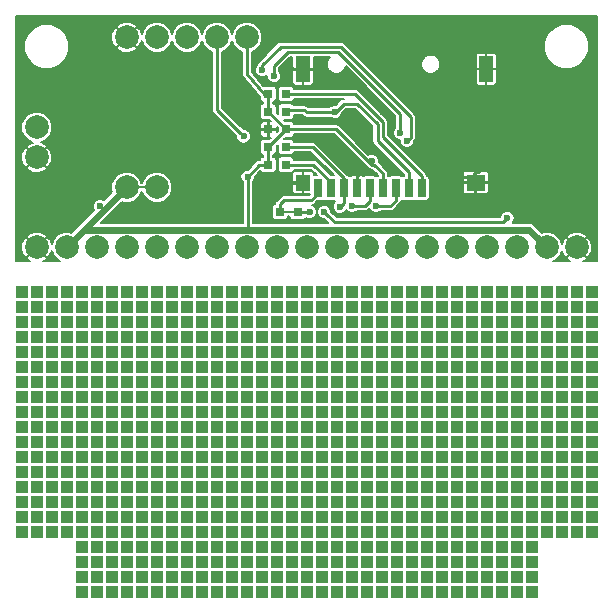
<source format=gbl>
G04 #@! TF.FileFunction,Copper,L2,Bot,Signal*
%FSLAX46Y46*%
G04 Gerber Fmt 4.6, Leading zero omitted, Abs format (unit mm)*
G04 Created by KiCad (PCBNEW 4.0.4-stable) date Thu Nov 17 11:55:04 2016*
%MOMM*%
%LPD*%
G01*
G04 APERTURE LIST*
%ADD10C,0.100000*%
%ADD11R,1.000000X1.000000*%
%ADD12C,1.998980*%
%ADD13R,0.800000X0.800000*%
%ADD14R,1.200000X2.200000*%
%ADD15R,0.700000X1.600000*%
%ADD16R,1.200000X1.400000*%
%ADD17R,1.600000X1.400000*%
%ADD18C,0.600000*%
%ADD19C,0.600000*%
%ADD20C,0.150000*%
%ADD21C,0.250000*%
%ADD22C,0.200000*%
G04 APERTURE END LIST*
D10*
D11*
X51190000Y-77940000D03*
X48650000Y-77940000D03*
X49920000Y-77940000D03*
X49920000Y-79210000D03*
X51190000Y-79210000D03*
X48650000Y-79210000D03*
X43570000Y-77940000D03*
X47380000Y-77940000D03*
X46110000Y-79210000D03*
X46110000Y-77940000D03*
X44840000Y-77940000D03*
X47380000Y-79210000D03*
X43570000Y-79210000D03*
X44840000Y-79210000D03*
X58810000Y-79210000D03*
X60080000Y-77940000D03*
X57540000Y-77940000D03*
X60080000Y-79210000D03*
X57540000Y-79210000D03*
X58810000Y-77940000D03*
X56270000Y-77940000D03*
X55000000Y-77940000D03*
X53730000Y-77940000D03*
X52460000Y-77940000D03*
X53730000Y-79210000D03*
X55000000Y-79210000D03*
X56270000Y-79210000D03*
X52460000Y-79210000D03*
X71510000Y-77940000D03*
X72780000Y-79210000D03*
X71510000Y-79210000D03*
X72780000Y-77940000D03*
X74050000Y-77940000D03*
X74050000Y-79210000D03*
X62620000Y-79210000D03*
X61350000Y-77940000D03*
X61350000Y-79210000D03*
X62620000Y-77940000D03*
X63890000Y-79210000D03*
X65160000Y-79210000D03*
X63890000Y-77940000D03*
X66430000Y-79210000D03*
X67700000Y-77940000D03*
X67700000Y-79210000D03*
X66430000Y-77940000D03*
X65160000Y-77940000D03*
X68970000Y-79210000D03*
X70240000Y-77940000D03*
X70240000Y-79210000D03*
X68970000Y-77940000D03*
X37220000Y-77940000D03*
X37220000Y-79210000D03*
X35950000Y-79210000D03*
X41030000Y-79210000D03*
X41030000Y-77940000D03*
X39760000Y-79210000D03*
X38490000Y-79210000D03*
X38490000Y-77940000D03*
X39760000Y-77940000D03*
X42300000Y-77940000D03*
X42300000Y-79210000D03*
X35950000Y-77940000D03*
X53730000Y-71590000D03*
X55000000Y-70320000D03*
X53730000Y-72860000D03*
X53730000Y-70320000D03*
X56270000Y-74130000D03*
X51190000Y-74130000D03*
X49920000Y-72860000D03*
X52460000Y-72860000D03*
X52460000Y-74130000D03*
X49920000Y-74130000D03*
X51190000Y-72860000D03*
X53730000Y-69050000D03*
X52460000Y-69050000D03*
X51190000Y-69050000D03*
X49920000Y-69050000D03*
X51190000Y-71590000D03*
X49920000Y-70320000D03*
X52460000Y-70320000D03*
X52460000Y-71590000D03*
X49920000Y-71590000D03*
X51190000Y-70320000D03*
X55000000Y-69050000D03*
X56270000Y-69050000D03*
X57540000Y-76670000D03*
X55000000Y-76670000D03*
X56270000Y-76670000D03*
X56270000Y-75400000D03*
X56270000Y-71590000D03*
X56270000Y-72860000D03*
X55000000Y-71590000D03*
X56270000Y-70320000D03*
X55000000Y-72860000D03*
X51190000Y-75400000D03*
X49920000Y-75400000D03*
X52460000Y-75400000D03*
X52460000Y-76670000D03*
X49920000Y-76670000D03*
X51190000Y-76670000D03*
X53730000Y-76670000D03*
X53730000Y-74130000D03*
X55000000Y-74130000D03*
X55000000Y-75400000D03*
X53730000Y-75400000D03*
X34680000Y-69050000D03*
X37220000Y-71590000D03*
X37220000Y-70320000D03*
X38490000Y-71590000D03*
X38490000Y-70320000D03*
X39760000Y-71590000D03*
X34680000Y-71590000D03*
X34680000Y-70320000D03*
X35950000Y-70320000D03*
X35950000Y-71590000D03*
X35950000Y-69050000D03*
X37220000Y-69050000D03*
X39760000Y-69050000D03*
X38490000Y-69050000D03*
X39760000Y-70320000D03*
X41030000Y-71590000D03*
X42300000Y-70320000D03*
X41030000Y-70320000D03*
X41030000Y-69050000D03*
X42300000Y-69050000D03*
X44840000Y-69050000D03*
X47380000Y-69050000D03*
X47380000Y-70320000D03*
X48650000Y-69050000D03*
X48650000Y-70320000D03*
X42300000Y-71590000D03*
X43570000Y-70320000D03*
X43570000Y-69050000D03*
X43570000Y-71590000D03*
X44840000Y-70320000D03*
X44840000Y-71590000D03*
X47380000Y-71590000D03*
X46110000Y-69050000D03*
X48650000Y-71590000D03*
X46110000Y-70320000D03*
X46110000Y-71590000D03*
X33410000Y-71590000D03*
X30870000Y-70320000D03*
X32140000Y-71590000D03*
X32140000Y-70320000D03*
X33410000Y-70320000D03*
X30870000Y-71590000D03*
X33410000Y-69050000D03*
X30870000Y-69050000D03*
X32140000Y-69050000D03*
X37220000Y-76670000D03*
X35950000Y-76670000D03*
X35950000Y-75400000D03*
X37220000Y-75400000D03*
X39760000Y-76670000D03*
X38490000Y-76670000D03*
X38490000Y-75400000D03*
X37220000Y-74130000D03*
X35950000Y-74130000D03*
X35950000Y-72860000D03*
X38490000Y-72860000D03*
X37220000Y-72860000D03*
X30870000Y-74130000D03*
X30870000Y-72860000D03*
X34680000Y-74130000D03*
X34680000Y-72860000D03*
X32140000Y-74130000D03*
X32140000Y-72860000D03*
X33410000Y-72860000D03*
X33410000Y-74130000D03*
X38490000Y-74130000D03*
X39760000Y-75400000D03*
X39760000Y-72860000D03*
X39760000Y-74130000D03*
X47380000Y-74130000D03*
X48650000Y-72860000D03*
X46110000Y-74130000D03*
X47380000Y-72860000D03*
X48650000Y-74130000D03*
X41030000Y-74130000D03*
X43570000Y-74130000D03*
X42300000Y-74130000D03*
X42300000Y-72860000D03*
X43570000Y-72860000D03*
X41030000Y-72860000D03*
X47380000Y-76670000D03*
X47380000Y-75400000D03*
X48650000Y-76670000D03*
X48650000Y-75400000D03*
X46110000Y-76670000D03*
X41030000Y-76670000D03*
X41030000Y-75400000D03*
X42300000Y-75400000D03*
X42300000Y-76670000D03*
X43570000Y-76670000D03*
X43570000Y-75400000D03*
X44840000Y-74130000D03*
X46110000Y-72860000D03*
X44840000Y-72860000D03*
X44840000Y-76670000D03*
X46110000Y-75400000D03*
X44840000Y-75400000D03*
X62620000Y-76670000D03*
X62620000Y-75400000D03*
X61350000Y-76670000D03*
X61350000Y-75400000D03*
X60080000Y-75400000D03*
X60080000Y-74130000D03*
X60080000Y-76670000D03*
X58810000Y-69050000D03*
X58810000Y-70320000D03*
X61350000Y-70320000D03*
X60080000Y-70320000D03*
X60080000Y-69050000D03*
X61350000Y-74130000D03*
X61350000Y-72860000D03*
X60080000Y-72860000D03*
X61350000Y-71590000D03*
X60080000Y-71590000D03*
X57540000Y-72860000D03*
X58810000Y-71590000D03*
X58810000Y-72860000D03*
X57540000Y-71590000D03*
X57540000Y-69050000D03*
X57540000Y-70320000D03*
X58810000Y-76670000D03*
X57540000Y-75400000D03*
X58810000Y-74130000D03*
X58810000Y-75400000D03*
X57540000Y-74130000D03*
X70240000Y-72860000D03*
X70240000Y-74130000D03*
X70240000Y-71590000D03*
X71510000Y-71590000D03*
X75320000Y-74130000D03*
X74050000Y-76670000D03*
X74050000Y-75400000D03*
X74050000Y-74130000D03*
X75320000Y-71590000D03*
X75320000Y-72860000D03*
X77860000Y-74130000D03*
X77860000Y-71590000D03*
X76590000Y-74130000D03*
X76590000Y-71590000D03*
X76590000Y-72860000D03*
X79130000Y-71590000D03*
X79130000Y-72860000D03*
X77860000Y-72860000D03*
X79130000Y-74130000D03*
X70240000Y-75400000D03*
X71510000Y-75400000D03*
X72780000Y-76670000D03*
X71510000Y-76670000D03*
X72780000Y-75400000D03*
X70240000Y-76670000D03*
X74050000Y-71590000D03*
X74050000Y-72860000D03*
X71510000Y-72860000D03*
X71510000Y-74130000D03*
X72780000Y-74130000D03*
X72780000Y-71590000D03*
X72780000Y-72860000D03*
X71510000Y-69050000D03*
X72780000Y-69050000D03*
X79130000Y-70320000D03*
X79130000Y-69050000D03*
X77860000Y-70320000D03*
X75320000Y-70320000D03*
X74050000Y-69050000D03*
X74050000Y-70320000D03*
X75320000Y-69050000D03*
X70240000Y-70320000D03*
X71510000Y-70320000D03*
X70240000Y-69050000D03*
X72780000Y-70320000D03*
X77860000Y-69050000D03*
X76590000Y-70320000D03*
X76590000Y-69050000D03*
X68970000Y-76670000D03*
X67700000Y-74130000D03*
X67700000Y-76670000D03*
X68970000Y-74130000D03*
X67700000Y-75400000D03*
X68970000Y-75400000D03*
X63890000Y-76670000D03*
X63890000Y-75400000D03*
X65160000Y-76670000D03*
X66430000Y-74130000D03*
X66430000Y-75400000D03*
X65160000Y-75400000D03*
X66430000Y-76670000D03*
X65160000Y-74130000D03*
X65160000Y-69050000D03*
X66430000Y-69050000D03*
X63890000Y-70320000D03*
X61350000Y-69050000D03*
X62620000Y-70320000D03*
X62620000Y-69050000D03*
X63890000Y-74130000D03*
X63890000Y-71590000D03*
X63890000Y-72860000D03*
X62620000Y-72860000D03*
X62620000Y-71590000D03*
X62620000Y-74130000D03*
X67700000Y-71590000D03*
X65160000Y-71590000D03*
X65160000Y-72860000D03*
X67700000Y-70320000D03*
X66430000Y-71590000D03*
X65160000Y-70320000D03*
X67700000Y-72860000D03*
X68970000Y-71590000D03*
X68970000Y-72860000D03*
X66430000Y-70320000D03*
X66430000Y-72860000D03*
X68970000Y-70320000D03*
X67700000Y-69050000D03*
X68970000Y-69050000D03*
X63890000Y-69050000D03*
X41030000Y-67780000D03*
X41030000Y-65240000D03*
X41030000Y-62700000D03*
X41030000Y-60160000D03*
X41030000Y-66510000D03*
X41030000Y-63970000D03*
X41030000Y-61430000D03*
X41030000Y-58890000D03*
X42300000Y-66510000D03*
X42300000Y-63970000D03*
X42300000Y-61430000D03*
X42300000Y-58890000D03*
X42300000Y-67780000D03*
X42300000Y-65240000D03*
X42300000Y-62700000D03*
X42300000Y-60160000D03*
X43570000Y-67780000D03*
X43570000Y-65240000D03*
X43570000Y-62700000D03*
X43570000Y-60160000D03*
X43570000Y-66510000D03*
X43570000Y-63970000D03*
X43570000Y-61430000D03*
X43570000Y-58890000D03*
X34680000Y-67780000D03*
X34680000Y-65240000D03*
X34680000Y-62700000D03*
X34680000Y-60160000D03*
X33410000Y-67780000D03*
X33410000Y-65240000D03*
X33410000Y-62700000D03*
X33410000Y-60160000D03*
X32140000Y-67780000D03*
X32140000Y-65240000D03*
X32140000Y-62700000D03*
X32140000Y-60160000D03*
X34680000Y-66510000D03*
X34680000Y-63970000D03*
X34680000Y-61430000D03*
X34680000Y-58890000D03*
X32140000Y-66510000D03*
X32140000Y-63970000D03*
X32140000Y-61430000D03*
X32140000Y-58890000D03*
X33410000Y-66510000D03*
X33410000Y-63970000D03*
X33410000Y-61430000D03*
X33410000Y-58890000D03*
X37220000Y-67780000D03*
X37220000Y-65240000D03*
X37220000Y-62700000D03*
X37220000Y-60160000D03*
X37220000Y-66510000D03*
X37220000Y-63970000D03*
X37220000Y-61430000D03*
X37220000Y-58890000D03*
X35950000Y-66510000D03*
X35950000Y-63970000D03*
X35950000Y-61430000D03*
X35950000Y-58890000D03*
X35950000Y-67780000D03*
X35950000Y-65240000D03*
X35950000Y-62700000D03*
X35950000Y-60160000D03*
X39760000Y-67780000D03*
X39760000Y-65240000D03*
X39760000Y-62700000D03*
X39760000Y-60160000D03*
X39760000Y-66510000D03*
X39760000Y-63970000D03*
X39760000Y-61430000D03*
X39760000Y-58890000D03*
X38490000Y-67780000D03*
X38490000Y-65240000D03*
X38490000Y-62700000D03*
X38490000Y-60160000D03*
X38490000Y-66510000D03*
X38490000Y-63970000D03*
X38490000Y-61430000D03*
X38490000Y-58890000D03*
X47380000Y-67780000D03*
X47380000Y-65240000D03*
X47380000Y-62700000D03*
X47380000Y-60160000D03*
X47380000Y-66510000D03*
X47380000Y-63970000D03*
X47380000Y-61430000D03*
X47380000Y-58890000D03*
X48650000Y-67780000D03*
X48650000Y-65240000D03*
X48650000Y-62700000D03*
X48650000Y-60160000D03*
X48650000Y-66510000D03*
X48650000Y-63970000D03*
X48650000Y-61430000D03*
X48650000Y-58890000D03*
X46110000Y-67780000D03*
X46110000Y-65240000D03*
X46110000Y-62700000D03*
X46110000Y-60160000D03*
X44840000Y-66510000D03*
X44840000Y-63970000D03*
X44840000Y-61430000D03*
X44840000Y-58890000D03*
X44840000Y-67780000D03*
X44840000Y-65240000D03*
X44840000Y-62700000D03*
X44840000Y-60160000D03*
X46110000Y-66510000D03*
X46110000Y-63970000D03*
X46110000Y-61430000D03*
X46110000Y-58890000D03*
X75320000Y-67780000D03*
X75320000Y-65240000D03*
X75320000Y-62700000D03*
X75320000Y-60160000D03*
X77860000Y-67780000D03*
X77860000Y-65240000D03*
X77860000Y-62700000D03*
X77860000Y-60160000D03*
X76590000Y-67780000D03*
X76590000Y-65240000D03*
X76590000Y-62700000D03*
X76590000Y-60160000D03*
X79130000Y-67780000D03*
X79130000Y-65240000D03*
X79130000Y-62700000D03*
X79130000Y-60160000D03*
X74050000Y-67780000D03*
X74050000Y-65240000D03*
X74050000Y-62700000D03*
X74050000Y-60160000D03*
X79130000Y-66510000D03*
X79130000Y-63970000D03*
X79130000Y-61430000D03*
X79130000Y-58890000D03*
X75320000Y-66510000D03*
X75320000Y-63970000D03*
X75320000Y-61430000D03*
X75320000Y-58890000D03*
X74050000Y-66510000D03*
X74050000Y-63970000D03*
X74050000Y-61430000D03*
X74050000Y-58890000D03*
X76590000Y-66510000D03*
X76590000Y-63970000D03*
X76590000Y-61430000D03*
X76590000Y-58890000D03*
X77860000Y-66510000D03*
X77860000Y-63970000D03*
X77860000Y-61430000D03*
X77860000Y-58890000D03*
X68970000Y-67780000D03*
X68970000Y-65240000D03*
X68970000Y-62700000D03*
X68970000Y-60160000D03*
X70240000Y-66510000D03*
X70240000Y-63970000D03*
X70240000Y-61430000D03*
X70240000Y-58890000D03*
X67700000Y-67780000D03*
X67700000Y-65240000D03*
X67700000Y-62700000D03*
X67700000Y-60160000D03*
X67700000Y-66510000D03*
X67700000Y-63970000D03*
X67700000Y-61430000D03*
X67700000Y-58890000D03*
X70240000Y-67780000D03*
X70240000Y-65240000D03*
X70240000Y-62700000D03*
X70240000Y-60160000D03*
X68970000Y-66510000D03*
X68970000Y-63970000D03*
X68970000Y-61430000D03*
X68970000Y-58890000D03*
X72780000Y-67780000D03*
X72780000Y-65240000D03*
X72780000Y-62700000D03*
X72780000Y-60160000D03*
X71510000Y-67780000D03*
X71510000Y-65240000D03*
X71510000Y-62700000D03*
X71510000Y-60160000D03*
X72780000Y-66510000D03*
X72780000Y-63970000D03*
X72780000Y-61430000D03*
X72780000Y-58890000D03*
X71510000Y-66510000D03*
X71510000Y-63970000D03*
X71510000Y-61430000D03*
X71510000Y-58890000D03*
X63890000Y-67780000D03*
X63890000Y-65240000D03*
X63890000Y-62700000D03*
X63890000Y-60160000D03*
X65160000Y-67780000D03*
X65160000Y-65240000D03*
X65160000Y-62700000D03*
X65160000Y-60160000D03*
X65160000Y-66510000D03*
X65160000Y-63970000D03*
X65160000Y-61430000D03*
X65160000Y-58890000D03*
X66430000Y-67780000D03*
X66430000Y-65240000D03*
X66430000Y-62700000D03*
X66430000Y-60160000D03*
X63890000Y-66510000D03*
X63890000Y-63970000D03*
X63890000Y-61430000D03*
X63890000Y-58890000D03*
X66430000Y-66510000D03*
X66430000Y-63970000D03*
X66430000Y-61430000D03*
X66430000Y-58890000D03*
X61350000Y-67780000D03*
X61350000Y-65240000D03*
X61350000Y-62700000D03*
X61350000Y-60160000D03*
X62620000Y-66510000D03*
X62620000Y-63970000D03*
X62620000Y-61430000D03*
X62620000Y-58890000D03*
X62620000Y-67780000D03*
X62620000Y-65240000D03*
X62620000Y-62700000D03*
X62620000Y-60160000D03*
X61350000Y-66510000D03*
X61350000Y-63970000D03*
X61350000Y-61430000D03*
X61350000Y-58890000D03*
X60080000Y-66510000D03*
X60080000Y-63970000D03*
X60080000Y-61430000D03*
X60080000Y-58890000D03*
X60080000Y-67780000D03*
X60080000Y-65240000D03*
X60080000Y-62700000D03*
X60080000Y-60160000D03*
X58810000Y-67780000D03*
X58810000Y-65240000D03*
X58810000Y-62700000D03*
X58810000Y-60160000D03*
X58810000Y-66510000D03*
X58810000Y-63970000D03*
X58810000Y-61430000D03*
X58810000Y-58890000D03*
X53730000Y-67780000D03*
X53730000Y-65240000D03*
X53730000Y-62700000D03*
X53730000Y-60160000D03*
X53730000Y-66510000D03*
X53730000Y-63970000D03*
X53730000Y-61430000D03*
X53730000Y-58890000D03*
X51190000Y-67780000D03*
X51190000Y-65240000D03*
X51190000Y-62700000D03*
X51190000Y-60160000D03*
X51190000Y-66510000D03*
X51190000Y-63970000D03*
X51190000Y-61430000D03*
X51190000Y-58890000D03*
X49920000Y-66510000D03*
X49920000Y-63970000D03*
X49920000Y-61430000D03*
X49920000Y-58890000D03*
X52460000Y-66510000D03*
X52460000Y-63970000D03*
X52460000Y-61430000D03*
X52460000Y-58890000D03*
X52460000Y-67780000D03*
X52460000Y-65240000D03*
X52460000Y-62700000D03*
X52460000Y-60160000D03*
X49920000Y-67780000D03*
X49920000Y-65240000D03*
X49920000Y-62700000D03*
X49920000Y-60160000D03*
X30870000Y-67780000D03*
X30870000Y-65240000D03*
X30870000Y-62700000D03*
X30870000Y-60160000D03*
X30870000Y-66510000D03*
X30870000Y-63970000D03*
X30870000Y-61430000D03*
X30870000Y-58890000D03*
X57540000Y-67780000D03*
X57540000Y-65240000D03*
X57540000Y-62700000D03*
X57540000Y-60160000D03*
X56270000Y-67780000D03*
X56270000Y-65240000D03*
X56270000Y-62700000D03*
X56270000Y-60160000D03*
X56270000Y-66510000D03*
X56270000Y-63970000D03*
X56270000Y-61430000D03*
X56270000Y-58890000D03*
X55000000Y-67780000D03*
X55000000Y-65240000D03*
X55000000Y-62700000D03*
X55000000Y-60160000D03*
X55000000Y-66510000D03*
X55000000Y-63970000D03*
X55000000Y-61430000D03*
X55000000Y-58890000D03*
X57540000Y-66510000D03*
X57540000Y-63970000D03*
X57540000Y-61430000D03*
X57540000Y-58890000D03*
X41030000Y-57620000D03*
X41030000Y-56350000D03*
X42300000Y-56350000D03*
X42300000Y-57620000D03*
X43570000Y-57620000D03*
X43570000Y-56350000D03*
X34680000Y-57620000D03*
X33410000Y-57620000D03*
X32140000Y-57620000D03*
X34680000Y-56350000D03*
X32140000Y-56350000D03*
X33410000Y-56350000D03*
X37220000Y-57620000D03*
X37220000Y-56350000D03*
X35950000Y-56350000D03*
X35950000Y-57620000D03*
X39760000Y-57620000D03*
X39760000Y-56350000D03*
X38490000Y-57620000D03*
X38490000Y-56350000D03*
X47380000Y-57620000D03*
X47380000Y-56350000D03*
X48650000Y-57620000D03*
X48650000Y-56350000D03*
X46110000Y-57620000D03*
X44840000Y-56350000D03*
X44840000Y-57620000D03*
X46110000Y-56350000D03*
X75320000Y-57620000D03*
X77860000Y-57620000D03*
X76590000Y-57620000D03*
X79130000Y-57620000D03*
X74050000Y-57620000D03*
X79130000Y-56350000D03*
X75320000Y-56350000D03*
X74050000Y-56350000D03*
X76590000Y-56350000D03*
X77860000Y-56350000D03*
X68970000Y-57620000D03*
X70240000Y-56350000D03*
X67700000Y-57620000D03*
X67700000Y-56350000D03*
X70240000Y-57620000D03*
X68970000Y-56350000D03*
X72780000Y-57620000D03*
X71510000Y-57620000D03*
X72780000Y-56350000D03*
X71510000Y-56350000D03*
X63890000Y-57620000D03*
X65160000Y-57620000D03*
X65160000Y-56350000D03*
X66430000Y-57620000D03*
X63890000Y-56350000D03*
X66430000Y-56350000D03*
X61350000Y-57620000D03*
X62620000Y-56350000D03*
X62620000Y-57620000D03*
X61350000Y-56350000D03*
X60080000Y-56350000D03*
X60080000Y-57620000D03*
X58810000Y-57620000D03*
X58810000Y-56350000D03*
X53730000Y-57620000D03*
X53730000Y-56350000D03*
X51190000Y-57620000D03*
X51190000Y-56350000D03*
X49920000Y-56350000D03*
X52460000Y-56350000D03*
X52460000Y-57620000D03*
X49920000Y-57620000D03*
X30870000Y-57620000D03*
X30870000Y-56350000D03*
X57540000Y-57620000D03*
X56270000Y-57620000D03*
X56270000Y-56350000D03*
X55000000Y-57620000D03*
X55000000Y-56350000D03*
X57540000Y-56350000D03*
X37220000Y-55080000D03*
X38490000Y-55080000D03*
X39760000Y-55080000D03*
X48650000Y-55080000D03*
X47380000Y-55080000D03*
X46110000Y-55080000D03*
X44840000Y-55080000D03*
X43570000Y-55080000D03*
X41030000Y-55080000D03*
X42300000Y-55080000D03*
X79130000Y-55080000D03*
X75320000Y-55080000D03*
X76590000Y-55080000D03*
X74050000Y-55080000D03*
X77860000Y-55080000D03*
X66430000Y-55080000D03*
X63890000Y-55080000D03*
X65160000Y-55080000D03*
X71510000Y-55080000D03*
X72780000Y-55080000D03*
X70240000Y-55080000D03*
X68970000Y-55080000D03*
X67700000Y-55080000D03*
X61350000Y-55080000D03*
X62620000Y-55080000D03*
X52460000Y-55080000D03*
X56270000Y-55080000D03*
X53730000Y-55080000D03*
X55000000Y-55080000D03*
X49920000Y-55080000D03*
X51190000Y-55080000D03*
X57540000Y-55080000D03*
X58810000Y-55080000D03*
X60080000Y-55080000D03*
X35950000Y-55080000D03*
X34680000Y-55080000D03*
X32140000Y-55080000D03*
X30870000Y-55080000D03*
X33410000Y-55080000D03*
X79130000Y-53810000D03*
X72780000Y-53810000D03*
X71510000Y-53810000D03*
X77860000Y-53810000D03*
X74050000Y-53810000D03*
X75320000Y-53810000D03*
X76590000Y-53810000D03*
X68970000Y-53810000D03*
X70240000Y-53810000D03*
X67700000Y-53810000D03*
X55000000Y-53810000D03*
X51190000Y-53810000D03*
X52460000Y-53810000D03*
X53730000Y-53810000D03*
X65160000Y-53810000D03*
X66430000Y-53810000D03*
X60080000Y-53810000D03*
X58810000Y-53810000D03*
X62620000Y-53810000D03*
X63890000Y-53810000D03*
X61350000Y-53810000D03*
X56270000Y-53810000D03*
X57540000Y-53810000D03*
X42300000Y-53810000D03*
X41030000Y-53810000D03*
X43570000Y-53810000D03*
X48650000Y-53810000D03*
X49920000Y-53810000D03*
X46110000Y-53810000D03*
X44840000Y-53810000D03*
X47380000Y-53810000D03*
X38490000Y-53810000D03*
X35950000Y-53810000D03*
X39760000Y-53810000D03*
X37220000Y-53810000D03*
X34680000Y-53810000D03*
X33410000Y-53810000D03*
X32140000Y-53810000D03*
D12*
X32140000Y-39840000D03*
X32140000Y-42380000D03*
X49920000Y-32220000D03*
X47380000Y-32220000D03*
X44840000Y-32220000D03*
X42300000Y-32220000D03*
X39760000Y-32220000D03*
D13*
X51750000Y-40000000D03*
X53250000Y-40000000D03*
X52750000Y-47000000D03*
X54250000Y-47000000D03*
D12*
X42300000Y-44920000D03*
X39760000Y-44920000D03*
D13*
X51750000Y-43000000D03*
X53250000Y-43000000D03*
X51750000Y-41500000D03*
X53250000Y-41500000D03*
X51750000Y-38500000D03*
X53250000Y-38500000D03*
X51750000Y-37000000D03*
X53250000Y-37000000D03*
D14*
X70200000Y-34900000D03*
D15*
X64750000Y-45000000D03*
X63650000Y-45000000D03*
X62550000Y-45000000D03*
X61450000Y-45000000D03*
X60350000Y-45000000D03*
X59250000Y-45000000D03*
X58150000Y-45000000D03*
X57050000Y-45000000D03*
X55950000Y-45000000D03*
D16*
X54700000Y-44500000D03*
D17*
X69300000Y-44500000D03*
D14*
X54700000Y-34900000D03*
D12*
X77860000Y-50000000D03*
X75320000Y-50000000D03*
X72780000Y-50000000D03*
X62620000Y-50000000D03*
X60080000Y-50000000D03*
X57540000Y-50000000D03*
X55000000Y-50000000D03*
X52460000Y-50000000D03*
X65160000Y-50000000D03*
X67700000Y-50000000D03*
X70240000Y-50000000D03*
X49920000Y-50000000D03*
X47380000Y-50000000D03*
X44840000Y-50000000D03*
X32140000Y-50000000D03*
X34680000Y-50000000D03*
X37220000Y-50000000D03*
X39760000Y-50000000D03*
X42300000Y-50000000D03*
D11*
X30870000Y-53810000D03*
D18*
X37500000Y-46500000D03*
X60500000Y-42675000D03*
X50000000Y-44000000D03*
X50874990Y-47250000D03*
X68370157Y-47250488D03*
X61500000Y-35500000D03*
X68500000Y-39000000D03*
X67500000Y-40000000D03*
X65000000Y-35899955D03*
X64500000Y-38500000D03*
X66134606Y-37052882D03*
X69500000Y-43500000D03*
X67887127Y-44022574D03*
X61500000Y-38500000D03*
X58500000Y-38474987D03*
X65246651Y-43253349D03*
X56729085Y-41614246D03*
X50996435Y-39253565D03*
X31000000Y-45500000D03*
X70500000Y-33000000D03*
X41000000Y-47500000D03*
X47250000Y-47000000D03*
X59250000Y-47250000D03*
X66500000Y-47250000D03*
X64000000Y-47250000D03*
X38500000Y-47500000D03*
X45000000Y-44000000D03*
X78250000Y-39500000D03*
X78250000Y-41500000D03*
X78250000Y-43500000D03*
X78250000Y-45500000D03*
X56250000Y-34500000D03*
X52250000Y-31750000D03*
X53500000Y-34299984D03*
X54250000Y-37750000D03*
X54250000Y-39000011D03*
X62433051Y-43566949D03*
X61750000Y-47250000D03*
X48750000Y-44000000D03*
X49000000Y-47250000D03*
X46000000Y-40250000D03*
X42000000Y-40250000D03*
X43500000Y-36000000D03*
X42000000Y-36750000D03*
X37750000Y-35500000D03*
X35500000Y-37250000D03*
X55500000Y-31750000D03*
X58500000Y-31750000D03*
X64500000Y-31750000D03*
X67500000Y-31750000D03*
X60500000Y-43699998D03*
X56500000Y-46999996D03*
X55250000Y-47000000D03*
X71999984Y-47500000D03*
X49654702Y-40600011D03*
X51250000Y-34999998D03*
X63500000Y-41000000D03*
X52250000Y-35500000D03*
X62918295Y-40302194D03*
X57410705Y-38516073D03*
X60874990Y-46500000D03*
X58845000Y-46500000D03*
X57810472Y-46546137D03*
D19*
X57116113Y-48500012D02*
X67691109Y-48500012D01*
X67691606Y-48500509D02*
X73820509Y-48500509D01*
X74320511Y-49000511D02*
X75320000Y-50000000D01*
X67691109Y-48500012D02*
X67691606Y-48500509D01*
X50000000Y-48500000D02*
X57116101Y-48500000D01*
X57116101Y-48500000D02*
X57116113Y-48500012D01*
X73820509Y-48500509D02*
X74320511Y-49000511D01*
D20*
X39760000Y-44920000D02*
X42300000Y-44920000D01*
D19*
X38760511Y-45919489D02*
X37930000Y-46750000D01*
X37930000Y-46750000D02*
X36180000Y-48500000D01*
D21*
X37880001Y-46799999D02*
X37930000Y-46750000D01*
X37500000Y-46500000D02*
X37799999Y-46799999D01*
X37799999Y-46799999D02*
X37880001Y-46799999D01*
D19*
X36180000Y-48500000D02*
X50000000Y-48500000D01*
D21*
X50000000Y-44000000D02*
X50000000Y-48500000D01*
X49920000Y-32220000D02*
X49920000Y-35320000D01*
X49920000Y-35320000D02*
X51350000Y-37000000D01*
X51350000Y-37000000D02*
X51750000Y-37000000D01*
X61450000Y-43950000D02*
X61450000Y-45000000D01*
X61450000Y-43724996D02*
X61450000Y-43950000D01*
X60500000Y-43000000D02*
X60725004Y-43000000D01*
X60725004Y-43000000D02*
X61450000Y-43724996D01*
X57500000Y-40000000D02*
X60500000Y-43000000D01*
X60500000Y-43000000D02*
X60500000Y-42675000D01*
X51750000Y-43000000D02*
X51000000Y-43000000D01*
X51000000Y-43000000D02*
X50000000Y-44000000D01*
X51750000Y-38500000D02*
X51750000Y-37000000D01*
X53250000Y-40000000D02*
X51750000Y-38500000D01*
X51750000Y-41500000D02*
X53250000Y-40000000D01*
X51750000Y-43000000D02*
X51750000Y-41500000D01*
X53250000Y-40000000D02*
X57500000Y-40000000D01*
D19*
X36180000Y-48500000D02*
X34680000Y-50000000D01*
X39760000Y-44920000D02*
X38760511Y-45919489D01*
D21*
X54700000Y-44500000D02*
X53624990Y-44500000D01*
X53624990Y-44500000D02*
X51174989Y-46950001D01*
X51174989Y-46950001D02*
X50874990Y-47250000D01*
X66500000Y-47250000D02*
X68369669Y-47250000D01*
X68369669Y-47250000D02*
X68370157Y-47250488D01*
X65000000Y-35899955D02*
X61899955Y-35899955D01*
X61899955Y-35899955D02*
X61500000Y-35500000D01*
X67500000Y-40000000D02*
X68500000Y-39000000D01*
X66134606Y-37477146D02*
X66134606Y-37052882D01*
X66134606Y-38634606D02*
X66134606Y-37477146D01*
X67500000Y-40000000D02*
X66134606Y-38634606D01*
X65000000Y-35899955D02*
X66134606Y-37034561D01*
X66134606Y-37034561D02*
X66134606Y-37052882D01*
X69200001Y-43799999D02*
X69500000Y-43500000D01*
X68977426Y-44022574D02*
X69200001Y-43799999D01*
X67887127Y-44022574D02*
X68977426Y-44022574D01*
X67587128Y-43722575D02*
X67887127Y-44022574D01*
X67117902Y-43253349D02*
X67587128Y-43722575D01*
X65246651Y-43253349D02*
X67117902Y-43253349D01*
X54250000Y-39000011D02*
X54549999Y-39300010D01*
X58200001Y-38774986D02*
X58500000Y-38474987D01*
X57674977Y-39300010D02*
X58200001Y-38774986D01*
X54549999Y-39300010D02*
X57674977Y-39300010D01*
X51750000Y-40000000D02*
X51100000Y-40000000D01*
X50996435Y-39677829D02*
X50996435Y-39253565D01*
X51100000Y-40000000D02*
X50996435Y-39896435D01*
X50996435Y-39896435D02*
X50996435Y-39677829D01*
D20*
X70200000Y-34900000D02*
X70200000Y-33650000D01*
X70200000Y-33650000D02*
X70500000Y-33350000D01*
X70500000Y-33350000D02*
X70500000Y-33000000D01*
D21*
X38500000Y-47500000D02*
X41000000Y-47500000D01*
X49000000Y-47250000D02*
X47500000Y-47250000D01*
X47500000Y-47250000D02*
X47250000Y-47000000D01*
X61750000Y-47250000D02*
X59250000Y-47250000D01*
X64000000Y-47250000D02*
X66500000Y-47250000D01*
X61750000Y-47250000D02*
X64000000Y-47250000D01*
X48750000Y-44000000D02*
X45000000Y-44000000D01*
X54700000Y-34900000D02*
X55850000Y-34900000D01*
X55850000Y-34900000D02*
X56250000Y-34500000D01*
X53500000Y-34550000D02*
X53500000Y-34299984D01*
X53850000Y-34900000D02*
X53500000Y-34550000D01*
X54700000Y-34900000D02*
X53850000Y-34900000D01*
X42000000Y-40250000D02*
X46000000Y-40250000D01*
X42000000Y-36750000D02*
X42000000Y-40250000D01*
X60500000Y-43699998D02*
X59500002Y-43699998D01*
X59500002Y-43699998D02*
X59250000Y-43950000D01*
X59250000Y-43950000D02*
X59250000Y-45000000D01*
X56799999Y-47299995D02*
X56500000Y-46999996D01*
X57375005Y-47875001D02*
X56799999Y-47299995D01*
X67950494Y-47875498D02*
X67949997Y-47875001D01*
X71624486Y-47875498D02*
X67950494Y-47875498D01*
X71999984Y-47500000D02*
X71624486Y-47875498D01*
X67949997Y-47875001D02*
X57375005Y-47875001D01*
X54250000Y-47000000D02*
X55250000Y-47000000D01*
D20*
X54250000Y-47000000D02*
X52750000Y-47000000D01*
D21*
X72000000Y-47500000D02*
X71999984Y-47500000D01*
X52750000Y-47000000D02*
X52750000Y-46350000D01*
X53100000Y-46000000D02*
X55400000Y-46000000D01*
X52750000Y-46350000D02*
X53100000Y-46000000D01*
X55400000Y-46000000D02*
X55950000Y-45450000D01*
X55950000Y-45450000D02*
X55950000Y-45000000D01*
X47380000Y-38325309D02*
X49354703Y-40300012D01*
X47380000Y-32220000D02*
X47380000Y-38325309D01*
X49354703Y-40300012D02*
X49654702Y-40600011D01*
X51250000Y-34575734D02*
X51250000Y-34999998D01*
X63799999Y-38942586D02*
X57882401Y-33024988D01*
X57882401Y-33024988D02*
X52800746Y-33024988D01*
X63799999Y-40700001D02*
X63799999Y-38942586D01*
X52800746Y-33024988D02*
X51250000Y-34575734D01*
X63500000Y-41000000D02*
X63799999Y-40700001D01*
X52250000Y-35075736D02*
X52250000Y-35500000D01*
X52250000Y-34624984D02*
X52250000Y-35075736D01*
X53399985Y-33474999D02*
X52250000Y-34624984D01*
X57696001Y-33474999D02*
X53399985Y-33474999D01*
X62918295Y-38697293D02*
X57696001Y-33474999D01*
X62918295Y-40302194D02*
X62918295Y-38697293D01*
X64750000Y-43950000D02*
X64750000Y-45000000D01*
X61450011Y-40650011D02*
X64750000Y-43950000D01*
X53250000Y-37000000D02*
X59086437Y-37000000D01*
X59086437Y-37000000D02*
X61450011Y-39363574D01*
X61450011Y-39363574D02*
X61450011Y-40650011D01*
X57500000Y-38500000D02*
X57430000Y-38570000D01*
X54995000Y-38570000D02*
X54800001Y-38375001D01*
X57430000Y-38570000D02*
X54995000Y-38570000D01*
X54800001Y-38375001D02*
X53374999Y-38375001D01*
X53374999Y-38375001D02*
X53250000Y-38500000D01*
X63650000Y-43950000D02*
X63650000Y-45000000D01*
X63650000Y-43650000D02*
X63650000Y-43950000D01*
X61000000Y-41000000D02*
X63650000Y-43650000D01*
X58150032Y-37849968D02*
X59299994Y-37849968D01*
X57410705Y-38516073D02*
X57426778Y-38500000D01*
X59299994Y-37849968D02*
X61000000Y-39549974D01*
X61000000Y-39549974D02*
X61000000Y-41000000D01*
X57500000Y-38500000D02*
X58150032Y-37849968D01*
X57426778Y-38500000D02*
X57500000Y-38500000D01*
X61299254Y-46500000D02*
X60874990Y-46500000D01*
X62550000Y-46050000D02*
X62100000Y-46500000D01*
X62100000Y-46500000D02*
X61299254Y-46500000D01*
X62550000Y-45000000D02*
X62550000Y-46050000D01*
X60350000Y-45000000D02*
X60350000Y-46050000D01*
X60350000Y-46050000D02*
X59900000Y-46500000D01*
X59900000Y-46500000D02*
X58845000Y-46500000D01*
X53250000Y-41500000D02*
X55500000Y-41500000D01*
X55500000Y-41500000D02*
X58150000Y-44150000D01*
X58150000Y-44150000D02*
X58150000Y-45000000D01*
X58150000Y-45000000D02*
X58150000Y-46206609D01*
X58150000Y-46206609D02*
X57810472Y-46546137D01*
X53250000Y-43000000D02*
X55574998Y-43000000D01*
X55574998Y-43000000D02*
X57050000Y-44475002D01*
X57050000Y-44475002D02*
X57050000Y-45000000D01*
D22*
G36*
X79625000Y-51170000D02*
X78436325Y-51170000D01*
X78573476Y-51116441D01*
X78618422Y-51086410D01*
X78725993Y-50901348D01*
X77860000Y-50035355D01*
X76994007Y-50901348D01*
X77101578Y-51086410D01*
X77292283Y-51170000D01*
X75891287Y-51170000D01*
X76055141Y-51102297D01*
X76421012Y-50737063D01*
X76591981Y-50325324D01*
X76743559Y-50713476D01*
X76773590Y-50758422D01*
X76958652Y-50865993D01*
X77824645Y-50000000D01*
X77895355Y-50000000D01*
X78761348Y-50865993D01*
X78946410Y-50758422D01*
X79153947Y-50284939D01*
X79164493Y-49768077D01*
X78976441Y-49286524D01*
X78946410Y-49241578D01*
X78761348Y-49134007D01*
X77895355Y-50000000D01*
X77824645Y-50000000D01*
X76958652Y-49134007D01*
X76773590Y-49241578D01*
X76587809Y-49665427D01*
X76422297Y-49264859D01*
X76256380Y-49098652D01*
X76994007Y-49098652D01*
X77860000Y-49964645D01*
X78725993Y-49098652D01*
X78618422Y-48913590D01*
X78144939Y-48706053D01*
X77628077Y-48695507D01*
X77146524Y-48883559D01*
X77101578Y-48913590D01*
X76994007Y-49098652D01*
X76256380Y-49098652D01*
X76057063Y-48898988D01*
X75579619Y-48700736D01*
X75062649Y-48700284D01*
X74925486Y-48756958D01*
X74244773Y-48076245D01*
X74050119Y-47946181D01*
X73820509Y-47900509D01*
X72448046Y-47900509D01*
X72508343Y-47840317D01*
X72599880Y-47619871D01*
X72600088Y-47381176D01*
X72508936Y-47160571D01*
X72340301Y-46991641D01*
X72119855Y-46900104D01*
X71881160Y-46899896D01*
X71660555Y-46991048D01*
X71491625Y-47159683D01*
X71400088Y-47380129D01*
X71400027Y-47450498D01*
X67952496Y-47450498D01*
X67949997Y-47450001D01*
X57551046Y-47450001D01*
X57100522Y-46999478D01*
X57100520Y-46999475D01*
X57100001Y-46998956D01*
X57100104Y-46881172D01*
X57008952Y-46660567D01*
X56840317Y-46491637D01*
X56619871Y-46400100D01*
X56381176Y-46399892D01*
X56160571Y-46491044D01*
X55991641Y-46659679D01*
X55900104Y-46880125D01*
X55899896Y-47118820D01*
X55991048Y-47339425D01*
X56159683Y-47508355D01*
X56380129Y-47599892D01*
X56498959Y-47599996D01*
X56499479Y-47600516D01*
X56499482Y-47600518D01*
X56798963Y-47900000D01*
X50425000Y-47900000D01*
X50425000Y-44600000D01*
X53800000Y-44600000D01*
X53800000Y-45259673D01*
X53845672Y-45369936D01*
X53930063Y-45454328D01*
X54040326Y-45500000D01*
X54600000Y-45500000D01*
X54675000Y-45425000D01*
X54675000Y-44525000D01*
X53875000Y-44525000D01*
X53800000Y-44600000D01*
X50425000Y-44600000D01*
X50425000Y-44423530D01*
X50508359Y-44340317D01*
X50599896Y-44119871D01*
X50600000Y-44001041D01*
X51074762Y-43526279D01*
X51130745Y-43613279D01*
X51230997Y-43681778D01*
X51350000Y-43705877D01*
X52150000Y-43705877D01*
X52261173Y-43684958D01*
X52363279Y-43619255D01*
X52431778Y-43519003D01*
X52455877Y-43400000D01*
X52455877Y-42600000D01*
X52434958Y-42488827D01*
X52369255Y-42386721D01*
X52269003Y-42318222D01*
X52175000Y-42299186D01*
X52175000Y-42201173D01*
X52261173Y-42184958D01*
X52363279Y-42119255D01*
X52431778Y-42019003D01*
X52455877Y-41900000D01*
X52455877Y-41395163D01*
X52544123Y-41306917D01*
X52544123Y-41900000D01*
X52565042Y-42011173D01*
X52630745Y-42113279D01*
X52730997Y-42181778D01*
X52850000Y-42205877D01*
X53650000Y-42205877D01*
X53761173Y-42184958D01*
X53863279Y-42119255D01*
X53931778Y-42019003D01*
X53950814Y-41925000D01*
X55323960Y-41925000D01*
X57293083Y-43894123D01*
X57070162Y-43894123D01*
X55875518Y-42699480D01*
X55737639Y-42607351D01*
X55700682Y-42600000D01*
X55574998Y-42575000D01*
X53951173Y-42575000D01*
X53934958Y-42488827D01*
X53869255Y-42386721D01*
X53769003Y-42318222D01*
X53650000Y-42294123D01*
X52850000Y-42294123D01*
X52738827Y-42315042D01*
X52636721Y-42380745D01*
X52568222Y-42480997D01*
X52544123Y-42600000D01*
X52544123Y-43400000D01*
X52565042Y-43511173D01*
X52630745Y-43613279D01*
X52730997Y-43681778D01*
X52850000Y-43705877D01*
X53650000Y-43705877D01*
X53761173Y-43684958D01*
X53845378Y-43630774D01*
X53800000Y-43740327D01*
X53800000Y-44400000D01*
X53875000Y-44475000D01*
X54675000Y-44475000D01*
X54675000Y-43575000D01*
X54600000Y-43500000D01*
X54040326Y-43500000D01*
X53930063Y-43545672D01*
X53877945Y-43597791D01*
X53931778Y-43519003D01*
X53950814Y-43425000D01*
X55398958Y-43425000D01*
X55868081Y-43894123D01*
X55600000Y-43894123D01*
X55600000Y-43740327D01*
X55554328Y-43630064D01*
X55469937Y-43545672D01*
X55359674Y-43500000D01*
X54800000Y-43500000D01*
X54725000Y-43575000D01*
X54725000Y-44475000D01*
X54745000Y-44475000D01*
X54745000Y-44525000D01*
X54725000Y-44525000D01*
X54725000Y-45425000D01*
X54800000Y-45500000D01*
X55294123Y-45500000D01*
X55294123Y-45504837D01*
X55223960Y-45575000D01*
X53100000Y-45575000D01*
X52937359Y-45607351D01*
X52799480Y-45699479D01*
X52449480Y-46049480D01*
X52357351Y-46187359D01*
X52352322Y-46212641D01*
X52335575Y-46296837D01*
X52238827Y-46315042D01*
X52136721Y-46380745D01*
X52068222Y-46480997D01*
X52044123Y-46600000D01*
X52044123Y-47400000D01*
X52065042Y-47511173D01*
X52130745Y-47613279D01*
X52230997Y-47681778D01*
X52350000Y-47705877D01*
X53150000Y-47705877D01*
X53261173Y-47684958D01*
X53363279Y-47619255D01*
X53431778Y-47519003D01*
X53455877Y-47400000D01*
X53455877Y-47375000D01*
X53544123Y-47375000D01*
X53544123Y-47400000D01*
X53565042Y-47511173D01*
X53630745Y-47613279D01*
X53730997Y-47681778D01*
X53850000Y-47705877D01*
X54650000Y-47705877D01*
X54761173Y-47684958D01*
X54863279Y-47619255D01*
X54931778Y-47519003D01*
X54932052Y-47517648D01*
X55130129Y-47599896D01*
X55368824Y-47600104D01*
X55589429Y-47508952D01*
X55758359Y-47340317D01*
X55849896Y-47119871D01*
X55850104Y-46881176D01*
X55758952Y-46660571D01*
X55590317Y-46491641D01*
X55420167Y-46420989D01*
X55535657Y-46398016D01*
X55562641Y-46392649D01*
X55700520Y-46300520D01*
X55895163Y-46105877D01*
X56300000Y-46105877D01*
X56411173Y-46084958D01*
X56501028Y-46027138D01*
X56580997Y-46081778D01*
X56700000Y-46105877D01*
X57400000Y-46105877D01*
X57402749Y-46105360D01*
X57302113Y-46205820D01*
X57210576Y-46426266D01*
X57210368Y-46664961D01*
X57301520Y-46885566D01*
X57470155Y-47054496D01*
X57690601Y-47146033D01*
X57929296Y-47146241D01*
X58149901Y-47055089D01*
X58318831Y-46886454D01*
X58337679Y-46841063D01*
X58504683Y-47008359D01*
X58725129Y-47099896D01*
X58963824Y-47100104D01*
X59184429Y-47008952D01*
X59268528Y-46925000D01*
X59900000Y-46925000D01*
X60035657Y-46898016D01*
X60062641Y-46892649D01*
X60200520Y-46800520D01*
X60306267Y-46694773D01*
X60366038Y-46839429D01*
X60534673Y-47008359D01*
X60755119Y-47099896D01*
X60993814Y-47100104D01*
X61214419Y-47008952D01*
X61298518Y-46925000D01*
X62100000Y-46925000D01*
X62235657Y-46898016D01*
X62262641Y-46892649D01*
X62400520Y-46800520D01*
X62850520Y-46350520D01*
X62942649Y-46212641D01*
X62952594Y-46162641D01*
X62966370Y-46093389D01*
X63011173Y-46084958D01*
X63101028Y-46027138D01*
X63180997Y-46081778D01*
X63300000Y-46105877D01*
X64000000Y-46105877D01*
X64111173Y-46084958D01*
X64201028Y-46027138D01*
X64280997Y-46081778D01*
X64400000Y-46105877D01*
X65100000Y-46105877D01*
X65211173Y-46084958D01*
X65313279Y-46019255D01*
X65381778Y-45919003D01*
X65405877Y-45800000D01*
X65405877Y-44600000D01*
X68200000Y-44600000D01*
X68200000Y-45259673D01*
X68245672Y-45369936D01*
X68330063Y-45454328D01*
X68440326Y-45500000D01*
X69200000Y-45500000D01*
X69275000Y-45425000D01*
X69275000Y-44525000D01*
X69325000Y-44525000D01*
X69325000Y-45425000D01*
X69400000Y-45500000D01*
X70159674Y-45500000D01*
X70269937Y-45454328D01*
X70354328Y-45369936D01*
X70400000Y-45259673D01*
X70400000Y-44600000D01*
X70325000Y-44525000D01*
X69325000Y-44525000D01*
X69275000Y-44525000D01*
X68275000Y-44525000D01*
X68200000Y-44600000D01*
X65405877Y-44600000D01*
X65405877Y-44200000D01*
X65384958Y-44088827D01*
X65319255Y-43986721D01*
X65219003Y-43918222D01*
X65166567Y-43907603D01*
X65142649Y-43787360D01*
X65111223Y-43740327D01*
X68200000Y-43740327D01*
X68200000Y-44400000D01*
X68275000Y-44475000D01*
X69275000Y-44475000D01*
X69275000Y-43575000D01*
X69325000Y-43575000D01*
X69325000Y-44475000D01*
X70325000Y-44475000D01*
X70400000Y-44400000D01*
X70400000Y-43740327D01*
X70354328Y-43630064D01*
X70269937Y-43545672D01*
X70159674Y-43500000D01*
X69400000Y-43500000D01*
X69325000Y-43575000D01*
X69275000Y-43575000D01*
X69200000Y-43500000D01*
X68440326Y-43500000D01*
X68330063Y-43545672D01*
X68245672Y-43630064D01*
X68200000Y-43740327D01*
X65111223Y-43740327D01*
X65100981Y-43725000D01*
X65050520Y-43649479D01*
X61875011Y-40473971D01*
X61875011Y-39363574D01*
X61842660Y-39200934D01*
X61785888Y-39115969D01*
X61750531Y-39063053D01*
X59386957Y-36699480D01*
X59249078Y-36607351D01*
X59212121Y-36600000D01*
X59086437Y-36575000D01*
X53951173Y-36575000D01*
X53934958Y-36488827D01*
X53869255Y-36386721D01*
X53769003Y-36318222D01*
X53650000Y-36294123D01*
X52850000Y-36294123D01*
X52738827Y-36315042D01*
X52636721Y-36380745D01*
X52568222Y-36480997D01*
X52544123Y-36600000D01*
X52544123Y-37400000D01*
X52565042Y-37511173D01*
X52630745Y-37613279D01*
X52730997Y-37681778D01*
X52850000Y-37705877D01*
X53650000Y-37705877D01*
X53761173Y-37684958D01*
X53863279Y-37619255D01*
X53931778Y-37519003D01*
X53950814Y-37425000D01*
X58149871Y-37425000D01*
X58014375Y-37451952D01*
X57987391Y-37457319D01*
X57849512Y-37549448D01*
X57482825Y-37916135D01*
X57291881Y-37915969D01*
X57071276Y-38007121D01*
X56933156Y-38145000D01*
X55171040Y-38145000D01*
X55100521Y-38074481D01*
X54962642Y-37982352D01*
X54935658Y-37976985D01*
X54800001Y-37950001D01*
X53909974Y-37950001D01*
X53869255Y-37886721D01*
X53769003Y-37818222D01*
X53650000Y-37794123D01*
X52850000Y-37794123D01*
X52738827Y-37815042D01*
X52636721Y-37880745D01*
X52568222Y-37980997D01*
X52544123Y-38100000D01*
X52544123Y-38693083D01*
X52455877Y-38604837D01*
X52455877Y-38100000D01*
X52434958Y-37988827D01*
X52369255Y-37886721D01*
X52269003Y-37818222D01*
X52175000Y-37799186D01*
X52175000Y-37701173D01*
X52261173Y-37684958D01*
X52363279Y-37619255D01*
X52431778Y-37519003D01*
X52455877Y-37400000D01*
X52455877Y-36600000D01*
X52434958Y-36488827D01*
X52369255Y-36386721D01*
X52269003Y-36318222D01*
X52150000Y-36294123D01*
X51350000Y-36294123D01*
X51313177Y-36301052D01*
X50345000Y-35163613D01*
X50345000Y-35118822D01*
X50649896Y-35118822D01*
X50741048Y-35339427D01*
X50909683Y-35508357D01*
X51130129Y-35599894D01*
X51368824Y-35600102D01*
X51589429Y-35508950D01*
X51650044Y-35448440D01*
X51649896Y-35618824D01*
X51741048Y-35839429D01*
X51909683Y-36008359D01*
X52130129Y-36099896D01*
X52368824Y-36100104D01*
X52589429Y-36008952D01*
X52758359Y-35840317D01*
X52849896Y-35619871D01*
X52850104Y-35381176D01*
X52758952Y-35160571D01*
X52675000Y-35076472D01*
X52675000Y-35000000D01*
X53800000Y-35000000D01*
X53800000Y-36059673D01*
X53845672Y-36169936D01*
X53930063Y-36254328D01*
X54040326Y-36300000D01*
X54600000Y-36300000D01*
X54675000Y-36225000D01*
X54675000Y-34925000D01*
X54725000Y-34925000D01*
X54725000Y-36225000D01*
X54800000Y-36300000D01*
X55359674Y-36300000D01*
X55469937Y-36254328D01*
X55554328Y-36169936D01*
X55600000Y-36059673D01*
X55600000Y-35000000D01*
X55525000Y-34925000D01*
X54725000Y-34925000D01*
X54675000Y-34925000D01*
X53875000Y-34925000D01*
X53800000Y-35000000D01*
X52675000Y-35000000D01*
X52675000Y-34801024D01*
X53576026Y-33899999D01*
X53800000Y-33899999D01*
X53800000Y-34800000D01*
X53875000Y-34875000D01*
X54675000Y-34875000D01*
X54675000Y-34855000D01*
X54725000Y-34855000D01*
X54725000Y-34875000D01*
X55525000Y-34875000D01*
X55600000Y-34800000D01*
X55600000Y-33899999D01*
X56968689Y-33899999D01*
X56822188Y-34046245D01*
X56700139Y-34340172D01*
X56699861Y-34658432D01*
X56821397Y-34952572D01*
X57046245Y-35177812D01*
X57340172Y-35299861D01*
X57658432Y-35300139D01*
X57952572Y-35178603D01*
X58177812Y-34953755D01*
X58293972Y-34674010D01*
X62493295Y-38873333D01*
X62493295Y-39878664D01*
X62409936Y-39961877D01*
X62318399Y-40182323D01*
X62318191Y-40421018D01*
X62409343Y-40641623D01*
X62577978Y-40810553D01*
X62798424Y-40902090D01*
X62900085Y-40902179D01*
X62899896Y-41118824D01*
X62991048Y-41339429D01*
X63159683Y-41508359D01*
X63380129Y-41599896D01*
X63618824Y-41600104D01*
X63839429Y-41508952D01*
X64008359Y-41340317D01*
X64099896Y-41119871D01*
X64100000Y-41001041D01*
X64100520Y-41000521D01*
X64192648Y-40862642D01*
X64224999Y-40700001D01*
X64224999Y-38942586D01*
X64192648Y-38779946D01*
X64114267Y-38662641D01*
X64100519Y-38642065D01*
X60116886Y-34658432D01*
X64699861Y-34658432D01*
X64821397Y-34952572D01*
X65046245Y-35177812D01*
X65340172Y-35299861D01*
X65658432Y-35300139D01*
X65952572Y-35178603D01*
X66131486Y-35000000D01*
X69300000Y-35000000D01*
X69300000Y-36059673D01*
X69345672Y-36169936D01*
X69430063Y-36254328D01*
X69540326Y-36300000D01*
X70100000Y-36300000D01*
X70175000Y-36225000D01*
X70175000Y-34925000D01*
X70225000Y-34925000D01*
X70225000Y-36225000D01*
X70300000Y-36300000D01*
X70859674Y-36300000D01*
X70969937Y-36254328D01*
X71054328Y-36169936D01*
X71100000Y-36059673D01*
X71100000Y-35000000D01*
X71025000Y-34925000D01*
X70225000Y-34925000D01*
X70175000Y-34925000D01*
X69375000Y-34925000D01*
X69300000Y-35000000D01*
X66131486Y-35000000D01*
X66177812Y-34953755D01*
X66299861Y-34659828D01*
X66300139Y-34341568D01*
X66178603Y-34047428D01*
X65953755Y-33822188D01*
X65756612Y-33740327D01*
X69300000Y-33740327D01*
X69300000Y-34800000D01*
X69375000Y-34875000D01*
X70175000Y-34875000D01*
X70175000Y-33575000D01*
X70225000Y-33575000D01*
X70225000Y-34875000D01*
X71025000Y-34875000D01*
X71100000Y-34800000D01*
X71100000Y-33740327D01*
X71054328Y-33630064D01*
X70969937Y-33545672D01*
X70859674Y-33500000D01*
X70300000Y-33500000D01*
X70225000Y-33575000D01*
X70175000Y-33575000D01*
X70100000Y-33500000D01*
X69540326Y-33500000D01*
X69430063Y-33545672D01*
X69345672Y-33630064D01*
X69300000Y-33740327D01*
X65756612Y-33740327D01*
X65659828Y-33700139D01*
X65341568Y-33699861D01*
X65047428Y-33821397D01*
X64822188Y-34046245D01*
X64700139Y-34340172D01*
X64699861Y-34658432D01*
X60116886Y-34658432D01*
X58834729Y-33376275D01*
X75099671Y-33376275D01*
X75388319Y-34074857D01*
X75922331Y-34609802D01*
X76620409Y-34899669D01*
X77376275Y-34900329D01*
X78074857Y-34611681D01*
X78609802Y-34077669D01*
X78899669Y-33379591D01*
X78900329Y-32623725D01*
X78611681Y-31925143D01*
X78077669Y-31390198D01*
X77379591Y-31100331D01*
X76623725Y-31099671D01*
X75925143Y-31388319D01*
X75390198Y-31922331D01*
X75100331Y-32620409D01*
X75099671Y-33376275D01*
X58834729Y-33376275D01*
X58182921Y-32724468D01*
X58045042Y-32632339D01*
X58001735Y-32623725D01*
X57882401Y-32599988D01*
X52800746Y-32599988D01*
X52681412Y-32623725D01*
X52638105Y-32632339D01*
X52500226Y-32724468D01*
X50949480Y-34275214D01*
X50857351Y-34413093D01*
X50857351Y-34413094D01*
X50825000Y-34575734D01*
X50825000Y-34576468D01*
X50741641Y-34659681D01*
X50650104Y-34880127D01*
X50649896Y-35118822D01*
X50345000Y-35118822D01*
X50345000Y-33450445D01*
X50655141Y-33322297D01*
X51021012Y-32957063D01*
X51219264Y-32479619D01*
X51219716Y-31962649D01*
X51022297Y-31484859D01*
X50657063Y-31118988D01*
X50179619Y-30920736D01*
X49662649Y-30920284D01*
X49184859Y-31117703D01*
X48818988Y-31482937D01*
X48649829Y-31890317D01*
X48482297Y-31484859D01*
X48117063Y-31118988D01*
X47639619Y-30920736D01*
X47122649Y-30920284D01*
X46644859Y-31117703D01*
X46278988Y-31482937D01*
X46109829Y-31890317D01*
X45942297Y-31484859D01*
X45577063Y-31118988D01*
X45099619Y-30920736D01*
X44582649Y-30920284D01*
X44104859Y-31117703D01*
X43738988Y-31482937D01*
X43569829Y-31890317D01*
X43402297Y-31484859D01*
X43037063Y-31118988D01*
X42559619Y-30920736D01*
X42042649Y-30920284D01*
X41564859Y-31117703D01*
X41198988Y-31482937D01*
X41028019Y-31894676D01*
X40876441Y-31506524D01*
X40846410Y-31461578D01*
X40661348Y-31354007D01*
X39795355Y-32220000D01*
X40661348Y-33085993D01*
X40846410Y-32978422D01*
X41032191Y-32554573D01*
X41197703Y-32955141D01*
X41562937Y-33321012D01*
X42040381Y-33519264D01*
X42557351Y-33519716D01*
X43035141Y-33322297D01*
X43401012Y-32957063D01*
X43570171Y-32549683D01*
X43737703Y-32955141D01*
X44102937Y-33321012D01*
X44580381Y-33519264D01*
X45097351Y-33519716D01*
X45575141Y-33322297D01*
X45941012Y-32957063D01*
X46110171Y-32549683D01*
X46277703Y-32955141D01*
X46642937Y-33321012D01*
X46955000Y-33450592D01*
X46955000Y-38325309D01*
X46969215Y-38396773D01*
X46987351Y-38487950D01*
X47079480Y-38625829D01*
X49054183Y-40600533D01*
X49054186Y-40600535D01*
X49054701Y-40601050D01*
X49054598Y-40718835D01*
X49145750Y-40939440D01*
X49314385Y-41108370D01*
X49534831Y-41199907D01*
X49773526Y-41200115D01*
X49994131Y-41108963D01*
X50163061Y-40940328D01*
X50254598Y-40719882D01*
X50254806Y-40481187D01*
X50163654Y-40260582D01*
X50003353Y-40100000D01*
X51050000Y-40100000D01*
X51050000Y-40459673D01*
X51095672Y-40569936D01*
X51180063Y-40654328D01*
X51290326Y-40700000D01*
X51650000Y-40700000D01*
X51725000Y-40625000D01*
X51725000Y-40025000D01*
X51125000Y-40025000D01*
X51050000Y-40100000D01*
X50003353Y-40100000D01*
X49995019Y-40091652D01*
X49774573Y-40000115D01*
X49655742Y-40000011D01*
X49655226Y-39999495D01*
X49655224Y-39999492D01*
X49196059Y-39540327D01*
X51050000Y-39540327D01*
X51050000Y-39900000D01*
X51125000Y-39975000D01*
X51725000Y-39975000D01*
X51725000Y-39375000D01*
X51650000Y-39300000D01*
X51290326Y-39300000D01*
X51180063Y-39345672D01*
X51095672Y-39430064D01*
X51050000Y-39540327D01*
X49196059Y-39540327D01*
X47805000Y-38149269D01*
X47805000Y-33450445D01*
X48115141Y-33322297D01*
X48481012Y-32957063D01*
X48650171Y-32549683D01*
X48817703Y-32955141D01*
X49182937Y-33321012D01*
X49495000Y-33450592D01*
X49495000Y-35320000D01*
X49507913Y-35384919D01*
X49515582Y-35450656D01*
X49523986Y-35465721D01*
X49527351Y-35482640D01*
X49564121Y-35537670D01*
X49596366Y-35595474D01*
X51026366Y-37275474D01*
X51039897Y-37286177D01*
X51044123Y-37292503D01*
X51044123Y-37400000D01*
X51065042Y-37511173D01*
X51130745Y-37613279D01*
X51230997Y-37681778D01*
X51325000Y-37700814D01*
X51325000Y-37798827D01*
X51238827Y-37815042D01*
X51136721Y-37880745D01*
X51068222Y-37980997D01*
X51044123Y-38100000D01*
X51044123Y-38900000D01*
X51065042Y-39011173D01*
X51130745Y-39113279D01*
X51230997Y-39181778D01*
X51350000Y-39205877D01*
X51854837Y-39205877D01*
X51948960Y-39300000D01*
X51850000Y-39300000D01*
X51775000Y-39375000D01*
X51775000Y-39975000D01*
X52375000Y-39975000D01*
X52450000Y-39900000D01*
X52450000Y-39801041D01*
X52544123Y-39895164D01*
X52544123Y-40104836D01*
X52450000Y-40198959D01*
X52450000Y-40100000D01*
X52375000Y-40025000D01*
X51775000Y-40025000D01*
X51775000Y-40625000D01*
X51850000Y-40700000D01*
X51948960Y-40700000D01*
X51854837Y-40794123D01*
X51350000Y-40794123D01*
X51238827Y-40815042D01*
X51136721Y-40880745D01*
X51068222Y-40980997D01*
X51044123Y-41100000D01*
X51044123Y-41900000D01*
X51065042Y-42011173D01*
X51130745Y-42113279D01*
X51230997Y-42181778D01*
X51325000Y-42200814D01*
X51325000Y-42298827D01*
X51238827Y-42315042D01*
X51136721Y-42380745D01*
X51068222Y-42480997D01*
X51049186Y-42575000D01*
X51000000Y-42575000D01*
X50837359Y-42607351D01*
X50699480Y-42699479D01*
X49998961Y-43399999D01*
X49881176Y-43399896D01*
X49660571Y-43491048D01*
X49491641Y-43659683D01*
X49400104Y-43880129D01*
X49399896Y-44118824D01*
X49491048Y-44339429D01*
X49575000Y-44423528D01*
X49575000Y-47900000D01*
X37628528Y-47900000D01*
X39365339Y-46163189D01*
X39500381Y-46219264D01*
X40017351Y-46219716D01*
X40495141Y-46022297D01*
X40861012Y-45657063D01*
X41011354Y-45295000D01*
X41048896Y-45295000D01*
X41197703Y-45655141D01*
X41562937Y-46021012D01*
X42040381Y-46219264D01*
X42557351Y-46219716D01*
X43035141Y-46022297D01*
X43401012Y-45657063D01*
X43599264Y-45179619D01*
X43599716Y-44662649D01*
X43402297Y-44184859D01*
X43037063Y-43818988D01*
X42559619Y-43620736D01*
X42042649Y-43620284D01*
X41564859Y-43817703D01*
X41198988Y-44182937D01*
X41048646Y-44545000D01*
X41011104Y-44545000D01*
X40862297Y-44184859D01*
X40497063Y-43818988D01*
X40019619Y-43620736D01*
X39502649Y-43620284D01*
X39024859Y-43817703D01*
X38658988Y-44182937D01*
X38460736Y-44660381D01*
X38460284Y-45177351D01*
X38516958Y-45314514D01*
X37839974Y-45991498D01*
X37619871Y-45900104D01*
X37381176Y-45899896D01*
X37160571Y-45991048D01*
X36991641Y-46159683D01*
X36900104Y-46380129D01*
X36899896Y-46618824D01*
X36991048Y-46839429D01*
X36991545Y-46839927D01*
X35074661Y-48756811D01*
X34939619Y-48700736D01*
X34422649Y-48700284D01*
X33944859Y-48897703D01*
X33578988Y-49262937D01*
X33408019Y-49674676D01*
X33256441Y-49286524D01*
X33226410Y-49241578D01*
X33041348Y-49134007D01*
X32175355Y-50000000D01*
X33041348Y-50865993D01*
X33226410Y-50758422D01*
X33412191Y-50334573D01*
X33577703Y-50735141D01*
X33942937Y-51101012D01*
X34109079Y-51170000D01*
X32716325Y-51170000D01*
X32853476Y-51116441D01*
X32898422Y-51086410D01*
X33005993Y-50901348D01*
X32140000Y-50035355D01*
X31274007Y-50901348D01*
X31381578Y-51086410D01*
X31572283Y-51170000D01*
X30375000Y-51170000D01*
X30375000Y-50231923D01*
X30835507Y-50231923D01*
X31023559Y-50713476D01*
X31053590Y-50758422D01*
X31238652Y-50865993D01*
X32104645Y-50000000D01*
X31238652Y-49134007D01*
X31053590Y-49241578D01*
X30846053Y-49715061D01*
X30835507Y-50231923D01*
X30375000Y-50231923D01*
X30375000Y-49098652D01*
X31274007Y-49098652D01*
X32140000Y-49964645D01*
X33005993Y-49098652D01*
X32898422Y-48913590D01*
X32424939Y-48706053D01*
X31908077Y-48695507D01*
X31426524Y-48883559D01*
X31381578Y-48913590D01*
X31274007Y-49098652D01*
X30375000Y-49098652D01*
X30375000Y-43281348D01*
X31274007Y-43281348D01*
X31381578Y-43466410D01*
X31855061Y-43673947D01*
X32371923Y-43684493D01*
X32853476Y-43496441D01*
X32898422Y-43466410D01*
X33005993Y-43281348D01*
X32140000Y-42415355D01*
X31274007Y-43281348D01*
X30375000Y-43281348D01*
X30375000Y-42611923D01*
X30835507Y-42611923D01*
X31023559Y-43093476D01*
X31053590Y-43138422D01*
X31238652Y-43245993D01*
X32104645Y-42380000D01*
X32175355Y-42380000D01*
X33041348Y-43245993D01*
X33226410Y-43138422D01*
X33433947Y-42664939D01*
X33444493Y-42148077D01*
X33256441Y-41666524D01*
X33226410Y-41621578D01*
X33041348Y-41514007D01*
X32175355Y-42380000D01*
X32104645Y-42380000D01*
X31238652Y-41514007D01*
X31053590Y-41621578D01*
X30846053Y-42095061D01*
X30835507Y-42611923D01*
X30375000Y-42611923D01*
X30375000Y-40097351D01*
X30840284Y-40097351D01*
X31037703Y-40575141D01*
X31402937Y-40941012D01*
X31814676Y-41111981D01*
X31426524Y-41263559D01*
X31381578Y-41293590D01*
X31274007Y-41478652D01*
X32140000Y-42344645D01*
X33005993Y-41478652D01*
X32898422Y-41293590D01*
X32474573Y-41107809D01*
X32875141Y-40942297D01*
X33241012Y-40577063D01*
X33439264Y-40099619D01*
X33439716Y-39582649D01*
X33242297Y-39104859D01*
X32877063Y-38738988D01*
X32399619Y-38540736D01*
X31882649Y-38540284D01*
X31404859Y-38737703D01*
X31038988Y-39102937D01*
X30840736Y-39580381D01*
X30840284Y-40097351D01*
X30375000Y-40097351D01*
X30375000Y-33376275D01*
X31099671Y-33376275D01*
X31388319Y-34074857D01*
X31922331Y-34609802D01*
X32620409Y-34899669D01*
X33376275Y-34900329D01*
X34074857Y-34611681D01*
X34609802Y-34077669D01*
X34899669Y-33379591D01*
X34899894Y-33121348D01*
X38894007Y-33121348D01*
X39001578Y-33306410D01*
X39475061Y-33513947D01*
X39991923Y-33524493D01*
X40473476Y-33336441D01*
X40518422Y-33306410D01*
X40625993Y-33121348D01*
X39760000Y-32255355D01*
X38894007Y-33121348D01*
X34899894Y-33121348D01*
X34900329Y-32623725D01*
X34829342Y-32451923D01*
X38455507Y-32451923D01*
X38643559Y-32933476D01*
X38673590Y-32978422D01*
X38858652Y-33085993D01*
X39724645Y-32220000D01*
X38858652Y-31354007D01*
X38673590Y-31461578D01*
X38466053Y-31935061D01*
X38455507Y-32451923D01*
X34829342Y-32451923D01*
X34611681Y-31925143D01*
X34077669Y-31390198D01*
X33905367Y-31318652D01*
X38894007Y-31318652D01*
X39760000Y-32184645D01*
X40625993Y-31318652D01*
X40518422Y-31133590D01*
X40044939Y-30926053D01*
X39528077Y-30915507D01*
X39046524Y-31103559D01*
X39001578Y-31133590D01*
X38894007Y-31318652D01*
X33905367Y-31318652D01*
X33379591Y-31100331D01*
X32623725Y-31099671D01*
X31925143Y-31388319D01*
X31390198Y-31922331D01*
X31100331Y-32620409D01*
X31099671Y-33376275D01*
X30375000Y-33376275D01*
X30375000Y-30375000D01*
X79625000Y-30375000D01*
X79625000Y-51170000D01*
X79625000Y-51170000D01*
G37*
X79625000Y-51170000D02*
X78436325Y-51170000D01*
X78573476Y-51116441D01*
X78618422Y-51086410D01*
X78725993Y-50901348D01*
X77860000Y-50035355D01*
X76994007Y-50901348D01*
X77101578Y-51086410D01*
X77292283Y-51170000D01*
X75891287Y-51170000D01*
X76055141Y-51102297D01*
X76421012Y-50737063D01*
X76591981Y-50325324D01*
X76743559Y-50713476D01*
X76773590Y-50758422D01*
X76958652Y-50865993D01*
X77824645Y-50000000D01*
X77895355Y-50000000D01*
X78761348Y-50865993D01*
X78946410Y-50758422D01*
X79153947Y-50284939D01*
X79164493Y-49768077D01*
X78976441Y-49286524D01*
X78946410Y-49241578D01*
X78761348Y-49134007D01*
X77895355Y-50000000D01*
X77824645Y-50000000D01*
X76958652Y-49134007D01*
X76773590Y-49241578D01*
X76587809Y-49665427D01*
X76422297Y-49264859D01*
X76256380Y-49098652D01*
X76994007Y-49098652D01*
X77860000Y-49964645D01*
X78725993Y-49098652D01*
X78618422Y-48913590D01*
X78144939Y-48706053D01*
X77628077Y-48695507D01*
X77146524Y-48883559D01*
X77101578Y-48913590D01*
X76994007Y-49098652D01*
X76256380Y-49098652D01*
X76057063Y-48898988D01*
X75579619Y-48700736D01*
X75062649Y-48700284D01*
X74925486Y-48756958D01*
X74244773Y-48076245D01*
X74050119Y-47946181D01*
X73820509Y-47900509D01*
X72448046Y-47900509D01*
X72508343Y-47840317D01*
X72599880Y-47619871D01*
X72600088Y-47381176D01*
X72508936Y-47160571D01*
X72340301Y-46991641D01*
X72119855Y-46900104D01*
X71881160Y-46899896D01*
X71660555Y-46991048D01*
X71491625Y-47159683D01*
X71400088Y-47380129D01*
X71400027Y-47450498D01*
X67952496Y-47450498D01*
X67949997Y-47450001D01*
X57551046Y-47450001D01*
X57100522Y-46999478D01*
X57100520Y-46999475D01*
X57100001Y-46998956D01*
X57100104Y-46881172D01*
X57008952Y-46660567D01*
X56840317Y-46491637D01*
X56619871Y-46400100D01*
X56381176Y-46399892D01*
X56160571Y-46491044D01*
X55991641Y-46659679D01*
X55900104Y-46880125D01*
X55899896Y-47118820D01*
X55991048Y-47339425D01*
X56159683Y-47508355D01*
X56380129Y-47599892D01*
X56498959Y-47599996D01*
X56499479Y-47600516D01*
X56499482Y-47600518D01*
X56798963Y-47900000D01*
X50425000Y-47900000D01*
X50425000Y-44600000D01*
X53800000Y-44600000D01*
X53800000Y-45259673D01*
X53845672Y-45369936D01*
X53930063Y-45454328D01*
X54040326Y-45500000D01*
X54600000Y-45500000D01*
X54675000Y-45425000D01*
X54675000Y-44525000D01*
X53875000Y-44525000D01*
X53800000Y-44600000D01*
X50425000Y-44600000D01*
X50425000Y-44423530D01*
X50508359Y-44340317D01*
X50599896Y-44119871D01*
X50600000Y-44001041D01*
X51074762Y-43526279D01*
X51130745Y-43613279D01*
X51230997Y-43681778D01*
X51350000Y-43705877D01*
X52150000Y-43705877D01*
X52261173Y-43684958D01*
X52363279Y-43619255D01*
X52431778Y-43519003D01*
X52455877Y-43400000D01*
X52455877Y-42600000D01*
X52434958Y-42488827D01*
X52369255Y-42386721D01*
X52269003Y-42318222D01*
X52175000Y-42299186D01*
X52175000Y-42201173D01*
X52261173Y-42184958D01*
X52363279Y-42119255D01*
X52431778Y-42019003D01*
X52455877Y-41900000D01*
X52455877Y-41395163D01*
X52544123Y-41306917D01*
X52544123Y-41900000D01*
X52565042Y-42011173D01*
X52630745Y-42113279D01*
X52730997Y-42181778D01*
X52850000Y-42205877D01*
X53650000Y-42205877D01*
X53761173Y-42184958D01*
X53863279Y-42119255D01*
X53931778Y-42019003D01*
X53950814Y-41925000D01*
X55323960Y-41925000D01*
X57293083Y-43894123D01*
X57070162Y-43894123D01*
X55875518Y-42699480D01*
X55737639Y-42607351D01*
X55700682Y-42600000D01*
X55574998Y-42575000D01*
X53951173Y-42575000D01*
X53934958Y-42488827D01*
X53869255Y-42386721D01*
X53769003Y-42318222D01*
X53650000Y-42294123D01*
X52850000Y-42294123D01*
X52738827Y-42315042D01*
X52636721Y-42380745D01*
X52568222Y-42480997D01*
X52544123Y-42600000D01*
X52544123Y-43400000D01*
X52565042Y-43511173D01*
X52630745Y-43613279D01*
X52730997Y-43681778D01*
X52850000Y-43705877D01*
X53650000Y-43705877D01*
X53761173Y-43684958D01*
X53845378Y-43630774D01*
X53800000Y-43740327D01*
X53800000Y-44400000D01*
X53875000Y-44475000D01*
X54675000Y-44475000D01*
X54675000Y-43575000D01*
X54600000Y-43500000D01*
X54040326Y-43500000D01*
X53930063Y-43545672D01*
X53877945Y-43597791D01*
X53931778Y-43519003D01*
X53950814Y-43425000D01*
X55398958Y-43425000D01*
X55868081Y-43894123D01*
X55600000Y-43894123D01*
X55600000Y-43740327D01*
X55554328Y-43630064D01*
X55469937Y-43545672D01*
X55359674Y-43500000D01*
X54800000Y-43500000D01*
X54725000Y-43575000D01*
X54725000Y-44475000D01*
X54745000Y-44475000D01*
X54745000Y-44525000D01*
X54725000Y-44525000D01*
X54725000Y-45425000D01*
X54800000Y-45500000D01*
X55294123Y-45500000D01*
X55294123Y-45504837D01*
X55223960Y-45575000D01*
X53100000Y-45575000D01*
X52937359Y-45607351D01*
X52799480Y-45699479D01*
X52449480Y-46049480D01*
X52357351Y-46187359D01*
X52352322Y-46212641D01*
X52335575Y-46296837D01*
X52238827Y-46315042D01*
X52136721Y-46380745D01*
X52068222Y-46480997D01*
X52044123Y-46600000D01*
X52044123Y-47400000D01*
X52065042Y-47511173D01*
X52130745Y-47613279D01*
X52230997Y-47681778D01*
X52350000Y-47705877D01*
X53150000Y-47705877D01*
X53261173Y-47684958D01*
X53363279Y-47619255D01*
X53431778Y-47519003D01*
X53455877Y-47400000D01*
X53455877Y-47375000D01*
X53544123Y-47375000D01*
X53544123Y-47400000D01*
X53565042Y-47511173D01*
X53630745Y-47613279D01*
X53730997Y-47681778D01*
X53850000Y-47705877D01*
X54650000Y-47705877D01*
X54761173Y-47684958D01*
X54863279Y-47619255D01*
X54931778Y-47519003D01*
X54932052Y-47517648D01*
X55130129Y-47599896D01*
X55368824Y-47600104D01*
X55589429Y-47508952D01*
X55758359Y-47340317D01*
X55849896Y-47119871D01*
X55850104Y-46881176D01*
X55758952Y-46660571D01*
X55590317Y-46491641D01*
X55420167Y-46420989D01*
X55535657Y-46398016D01*
X55562641Y-46392649D01*
X55700520Y-46300520D01*
X55895163Y-46105877D01*
X56300000Y-46105877D01*
X56411173Y-46084958D01*
X56501028Y-46027138D01*
X56580997Y-46081778D01*
X56700000Y-46105877D01*
X57400000Y-46105877D01*
X57402749Y-46105360D01*
X57302113Y-46205820D01*
X57210576Y-46426266D01*
X57210368Y-46664961D01*
X57301520Y-46885566D01*
X57470155Y-47054496D01*
X57690601Y-47146033D01*
X57929296Y-47146241D01*
X58149901Y-47055089D01*
X58318831Y-46886454D01*
X58337679Y-46841063D01*
X58504683Y-47008359D01*
X58725129Y-47099896D01*
X58963824Y-47100104D01*
X59184429Y-47008952D01*
X59268528Y-46925000D01*
X59900000Y-46925000D01*
X60035657Y-46898016D01*
X60062641Y-46892649D01*
X60200520Y-46800520D01*
X60306267Y-46694773D01*
X60366038Y-46839429D01*
X60534673Y-47008359D01*
X60755119Y-47099896D01*
X60993814Y-47100104D01*
X61214419Y-47008952D01*
X61298518Y-46925000D01*
X62100000Y-46925000D01*
X62235657Y-46898016D01*
X62262641Y-46892649D01*
X62400520Y-46800520D01*
X62850520Y-46350520D01*
X62942649Y-46212641D01*
X62952594Y-46162641D01*
X62966370Y-46093389D01*
X63011173Y-46084958D01*
X63101028Y-46027138D01*
X63180997Y-46081778D01*
X63300000Y-46105877D01*
X64000000Y-46105877D01*
X64111173Y-46084958D01*
X64201028Y-46027138D01*
X64280997Y-46081778D01*
X64400000Y-46105877D01*
X65100000Y-46105877D01*
X65211173Y-46084958D01*
X65313279Y-46019255D01*
X65381778Y-45919003D01*
X65405877Y-45800000D01*
X65405877Y-44600000D01*
X68200000Y-44600000D01*
X68200000Y-45259673D01*
X68245672Y-45369936D01*
X68330063Y-45454328D01*
X68440326Y-45500000D01*
X69200000Y-45500000D01*
X69275000Y-45425000D01*
X69275000Y-44525000D01*
X69325000Y-44525000D01*
X69325000Y-45425000D01*
X69400000Y-45500000D01*
X70159674Y-45500000D01*
X70269937Y-45454328D01*
X70354328Y-45369936D01*
X70400000Y-45259673D01*
X70400000Y-44600000D01*
X70325000Y-44525000D01*
X69325000Y-44525000D01*
X69275000Y-44525000D01*
X68275000Y-44525000D01*
X68200000Y-44600000D01*
X65405877Y-44600000D01*
X65405877Y-44200000D01*
X65384958Y-44088827D01*
X65319255Y-43986721D01*
X65219003Y-43918222D01*
X65166567Y-43907603D01*
X65142649Y-43787360D01*
X65111223Y-43740327D01*
X68200000Y-43740327D01*
X68200000Y-44400000D01*
X68275000Y-44475000D01*
X69275000Y-44475000D01*
X69275000Y-43575000D01*
X69325000Y-43575000D01*
X69325000Y-44475000D01*
X70325000Y-44475000D01*
X70400000Y-44400000D01*
X70400000Y-43740327D01*
X70354328Y-43630064D01*
X70269937Y-43545672D01*
X70159674Y-43500000D01*
X69400000Y-43500000D01*
X69325000Y-43575000D01*
X69275000Y-43575000D01*
X69200000Y-43500000D01*
X68440326Y-43500000D01*
X68330063Y-43545672D01*
X68245672Y-43630064D01*
X68200000Y-43740327D01*
X65111223Y-43740327D01*
X65100981Y-43725000D01*
X65050520Y-43649479D01*
X61875011Y-40473971D01*
X61875011Y-39363574D01*
X61842660Y-39200934D01*
X61785888Y-39115969D01*
X61750531Y-39063053D01*
X59386957Y-36699480D01*
X59249078Y-36607351D01*
X59212121Y-36600000D01*
X59086437Y-36575000D01*
X53951173Y-36575000D01*
X53934958Y-36488827D01*
X53869255Y-36386721D01*
X53769003Y-36318222D01*
X53650000Y-36294123D01*
X52850000Y-36294123D01*
X52738827Y-36315042D01*
X52636721Y-36380745D01*
X52568222Y-36480997D01*
X52544123Y-36600000D01*
X52544123Y-37400000D01*
X52565042Y-37511173D01*
X52630745Y-37613279D01*
X52730997Y-37681778D01*
X52850000Y-37705877D01*
X53650000Y-37705877D01*
X53761173Y-37684958D01*
X53863279Y-37619255D01*
X53931778Y-37519003D01*
X53950814Y-37425000D01*
X58149871Y-37425000D01*
X58014375Y-37451952D01*
X57987391Y-37457319D01*
X57849512Y-37549448D01*
X57482825Y-37916135D01*
X57291881Y-37915969D01*
X57071276Y-38007121D01*
X56933156Y-38145000D01*
X55171040Y-38145000D01*
X55100521Y-38074481D01*
X54962642Y-37982352D01*
X54935658Y-37976985D01*
X54800001Y-37950001D01*
X53909974Y-37950001D01*
X53869255Y-37886721D01*
X53769003Y-37818222D01*
X53650000Y-37794123D01*
X52850000Y-37794123D01*
X52738827Y-37815042D01*
X52636721Y-37880745D01*
X52568222Y-37980997D01*
X52544123Y-38100000D01*
X52544123Y-38693083D01*
X52455877Y-38604837D01*
X52455877Y-38100000D01*
X52434958Y-37988827D01*
X52369255Y-37886721D01*
X52269003Y-37818222D01*
X52175000Y-37799186D01*
X52175000Y-37701173D01*
X52261173Y-37684958D01*
X52363279Y-37619255D01*
X52431778Y-37519003D01*
X52455877Y-37400000D01*
X52455877Y-36600000D01*
X52434958Y-36488827D01*
X52369255Y-36386721D01*
X52269003Y-36318222D01*
X52150000Y-36294123D01*
X51350000Y-36294123D01*
X51313177Y-36301052D01*
X50345000Y-35163613D01*
X50345000Y-35118822D01*
X50649896Y-35118822D01*
X50741048Y-35339427D01*
X50909683Y-35508357D01*
X51130129Y-35599894D01*
X51368824Y-35600102D01*
X51589429Y-35508950D01*
X51650044Y-35448440D01*
X51649896Y-35618824D01*
X51741048Y-35839429D01*
X51909683Y-36008359D01*
X52130129Y-36099896D01*
X52368824Y-36100104D01*
X52589429Y-36008952D01*
X52758359Y-35840317D01*
X52849896Y-35619871D01*
X52850104Y-35381176D01*
X52758952Y-35160571D01*
X52675000Y-35076472D01*
X52675000Y-35000000D01*
X53800000Y-35000000D01*
X53800000Y-36059673D01*
X53845672Y-36169936D01*
X53930063Y-36254328D01*
X54040326Y-36300000D01*
X54600000Y-36300000D01*
X54675000Y-36225000D01*
X54675000Y-34925000D01*
X54725000Y-34925000D01*
X54725000Y-36225000D01*
X54800000Y-36300000D01*
X55359674Y-36300000D01*
X55469937Y-36254328D01*
X55554328Y-36169936D01*
X55600000Y-36059673D01*
X55600000Y-35000000D01*
X55525000Y-34925000D01*
X54725000Y-34925000D01*
X54675000Y-34925000D01*
X53875000Y-34925000D01*
X53800000Y-35000000D01*
X52675000Y-35000000D01*
X52675000Y-34801024D01*
X53576026Y-33899999D01*
X53800000Y-33899999D01*
X53800000Y-34800000D01*
X53875000Y-34875000D01*
X54675000Y-34875000D01*
X54675000Y-34855000D01*
X54725000Y-34855000D01*
X54725000Y-34875000D01*
X55525000Y-34875000D01*
X55600000Y-34800000D01*
X55600000Y-33899999D01*
X56968689Y-33899999D01*
X56822188Y-34046245D01*
X56700139Y-34340172D01*
X56699861Y-34658432D01*
X56821397Y-34952572D01*
X57046245Y-35177812D01*
X57340172Y-35299861D01*
X57658432Y-35300139D01*
X57952572Y-35178603D01*
X58177812Y-34953755D01*
X58293972Y-34674010D01*
X62493295Y-38873333D01*
X62493295Y-39878664D01*
X62409936Y-39961877D01*
X62318399Y-40182323D01*
X62318191Y-40421018D01*
X62409343Y-40641623D01*
X62577978Y-40810553D01*
X62798424Y-40902090D01*
X62900085Y-40902179D01*
X62899896Y-41118824D01*
X62991048Y-41339429D01*
X63159683Y-41508359D01*
X63380129Y-41599896D01*
X63618824Y-41600104D01*
X63839429Y-41508952D01*
X64008359Y-41340317D01*
X64099896Y-41119871D01*
X64100000Y-41001041D01*
X64100520Y-41000521D01*
X64192648Y-40862642D01*
X64224999Y-40700001D01*
X64224999Y-38942586D01*
X64192648Y-38779946D01*
X64114267Y-38662641D01*
X64100519Y-38642065D01*
X60116886Y-34658432D01*
X64699861Y-34658432D01*
X64821397Y-34952572D01*
X65046245Y-35177812D01*
X65340172Y-35299861D01*
X65658432Y-35300139D01*
X65952572Y-35178603D01*
X66131486Y-35000000D01*
X69300000Y-35000000D01*
X69300000Y-36059673D01*
X69345672Y-36169936D01*
X69430063Y-36254328D01*
X69540326Y-36300000D01*
X70100000Y-36300000D01*
X70175000Y-36225000D01*
X70175000Y-34925000D01*
X70225000Y-34925000D01*
X70225000Y-36225000D01*
X70300000Y-36300000D01*
X70859674Y-36300000D01*
X70969937Y-36254328D01*
X71054328Y-36169936D01*
X71100000Y-36059673D01*
X71100000Y-35000000D01*
X71025000Y-34925000D01*
X70225000Y-34925000D01*
X70175000Y-34925000D01*
X69375000Y-34925000D01*
X69300000Y-35000000D01*
X66131486Y-35000000D01*
X66177812Y-34953755D01*
X66299861Y-34659828D01*
X66300139Y-34341568D01*
X66178603Y-34047428D01*
X65953755Y-33822188D01*
X65756612Y-33740327D01*
X69300000Y-33740327D01*
X69300000Y-34800000D01*
X69375000Y-34875000D01*
X70175000Y-34875000D01*
X70175000Y-33575000D01*
X70225000Y-33575000D01*
X70225000Y-34875000D01*
X71025000Y-34875000D01*
X71100000Y-34800000D01*
X71100000Y-33740327D01*
X71054328Y-33630064D01*
X70969937Y-33545672D01*
X70859674Y-33500000D01*
X70300000Y-33500000D01*
X70225000Y-33575000D01*
X70175000Y-33575000D01*
X70100000Y-33500000D01*
X69540326Y-33500000D01*
X69430063Y-33545672D01*
X69345672Y-33630064D01*
X69300000Y-33740327D01*
X65756612Y-33740327D01*
X65659828Y-33700139D01*
X65341568Y-33699861D01*
X65047428Y-33821397D01*
X64822188Y-34046245D01*
X64700139Y-34340172D01*
X64699861Y-34658432D01*
X60116886Y-34658432D01*
X58834729Y-33376275D01*
X75099671Y-33376275D01*
X75388319Y-34074857D01*
X75922331Y-34609802D01*
X76620409Y-34899669D01*
X77376275Y-34900329D01*
X78074857Y-34611681D01*
X78609802Y-34077669D01*
X78899669Y-33379591D01*
X78900329Y-32623725D01*
X78611681Y-31925143D01*
X78077669Y-31390198D01*
X77379591Y-31100331D01*
X76623725Y-31099671D01*
X75925143Y-31388319D01*
X75390198Y-31922331D01*
X75100331Y-32620409D01*
X75099671Y-33376275D01*
X58834729Y-33376275D01*
X58182921Y-32724468D01*
X58045042Y-32632339D01*
X58001735Y-32623725D01*
X57882401Y-32599988D01*
X52800746Y-32599988D01*
X52681412Y-32623725D01*
X52638105Y-32632339D01*
X52500226Y-32724468D01*
X50949480Y-34275214D01*
X50857351Y-34413093D01*
X50857351Y-34413094D01*
X50825000Y-34575734D01*
X50825000Y-34576468D01*
X50741641Y-34659681D01*
X50650104Y-34880127D01*
X50649896Y-35118822D01*
X50345000Y-35118822D01*
X50345000Y-33450445D01*
X50655141Y-33322297D01*
X51021012Y-32957063D01*
X51219264Y-32479619D01*
X51219716Y-31962649D01*
X51022297Y-31484859D01*
X50657063Y-31118988D01*
X50179619Y-30920736D01*
X49662649Y-30920284D01*
X49184859Y-31117703D01*
X48818988Y-31482937D01*
X48649829Y-31890317D01*
X48482297Y-31484859D01*
X48117063Y-31118988D01*
X47639619Y-30920736D01*
X47122649Y-30920284D01*
X46644859Y-31117703D01*
X46278988Y-31482937D01*
X46109829Y-31890317D01*
X45942297Y-31484859D01*
X45577063Y-31118988D01*
X45099619Y-30920736D01*
X44582649Y-30920284D01*
X44104859Y-31117703D01*
X43738988Y-31482937D01*
X43569829Y-31890317D01*
X43402297Y-31484859D01*
X43037063Y-31118988D01*
X42559619Y-30920736D01*
X42042649Y-30920284D01*
X41564859Y-31117703D01*
X41198988Y-31482937D01*
X41028019Y-31894676D01*
X40876441Y-31506524D01*
X40846410Y-31461578D01*
X40661348Y-31354007D01*
X39795355Y-32220000D01*
X40661348Y-33085993D01*
X40846410Y-32978422D01*
X41032191Y-32554573D01*
X41197703Y-32955141D01*
X41562937Y-33321012D01*
X42040381Y-33519264D01*
X42557351Y-33519716D01*
X43035141Y-33322297D01*
X43401012Y-32957063D01*
X43570171Y-32549683D01*
X43737703Y-32955141D01*
X44102937Y-33321012D01*
X44580381Y-33519264D01*
X45097351Y-33519716D01*
X45575141Y-33322297D01*
X45941012Y-32957063D01*
X46110171Y-32549683D01*
X46277703Y-32955141D01*
X46642937Y-33321012D01*
X46955000Y-33450592D01*
X46955000Y-38325309D01*
X46969215Y-38396773D01*
X46987351Y-38487950D01*
X47079480Y-38625829D01*
X49054183Y-40600533D01*
X49054186Y-40600535D01*
X49054701Y-40601050D01*
X49054598Y-40718835D01*
X49145750Y-40939440D01*
X49314385Y-41108370D01*
X49534831Y-41199907D01*
X49773526Y-41200115D01*
X49994131Y-41108963D01*
X50163061Y-40940328D01*
X50254598Y-40719882D01*
X50254806Y-40481187D01*
X50163654Y-40260582D01*
X50003353Y-40100000D01*
X51050000Y-40100000D01*
X51050000Y-40459673D01*
X51095672Y-40569936D01*
X51180063Y-40654328D01*
X51290326Y-40700000D01*
X51650000Y-40700000D01*
X51725000Y-40625000D01*
X51725000Y-40025000D01*
X51125000Y-40025000D01*
X51050000Y-40100000D01*
X50003353Y-40100000D01*
X49995019Y-40091652D01*
X49774573Y-40000115D01*
X49655742Y-40000011D01*
X49655226Y-39999495D01*
X49655224Y-39999492D01*
X49196059Y-39540327D01*
X51050000Y-39540327D01*
X51050000Y-39900000D01*
X51125000Y-39975000D01*
X51725000Y-39975000D01*
X51725000Y-39375000D01*
X51650000Y-39300000D01*
X51290326Y-39300000D01*
X51180063Y-39345672D01*
X51095672Y-39430064D01*
X51050000Y-39540327D01*
X49196059Y-39540327D01*
X47805000Y-38149269D01*
X47805000Y-33450445D01*
X48115141Y-33322297D01*
X48481012Y-32957063D01*
X48650171Y-32549683D01*
X48817703Y-32955141D01*
X49182937Y-33321012D01*
X49495000Y-33450592D01*
X49495000Y-35320000D01*
X49507913Y-35384919D01*
X49515582Y-35450656D01*
X49523986Y-35465721D01*
X49527351Y-35482640D01*
X49564121Y-35537670D01*
X49596366Y-35595474D01*
X51026366Y-37275474D01*
X51039897Y-37286177D01*
X51044123Y-37292503D01*
X51044123Y-37400000D01*
X51065042Y-37511173D01*
X51130745Y-37613279D01*
X51230997Y-37681778D01*
X51325000Y-37700814D01*
X51325000Y-37798827D01*
X51238827Y-37815042D01*
X51136721Y-37880745D01*
X51068222Y-37980997D01*
X51044123Y-38100000D01*
X51044123Y-38900000D01*
X51065042Y-39011173D01*
X51130745Y-39113279D01*
X51230997Y-39181778D01*
X51350000Y-39205877D01*
X51854837Y-39205877D01*
X51948960Y-39300000D01*
X51850000Y-39300000D01*
X51775000Y-39375000D01*
X51775000Y-39975000D01*
X52375000Y-39975000D01*
X52450000Y-39900000D01*
X52450000Y-39801041D01*
X52544123Y-39895164D01*
X52544123Y-40104836D01*
X52450000Y-40198959D01*
X52450000Y-40100000D01*
X52375000Y-40025000D01*
X51775000Y-40025000D01*
X51775000Y-40625000D01*
X51850000Y-40700000D01*
X51948960Y-40700000D01*
X51854837Y-40794123D01*
X51350000Y-40794123D01*
X51238827Y-40815042D01*
X51136721Y-40880745D01*
X51068222Y-40980997D01*
X51044123Y-41100000D01*
X51044123Y-41900000D01*
X51065042Y-42011173D01*
X51130745Y-42113279D01*
X51230997Y-42181778D01*
X51325000Y-42200814D01*
X51325000Y-42298827D01*
X51238827Y-42315042D01*
X51136721Y-42380745D01*
X51068222Y-42480997D01*
X51049186Y-42575000D01*
X51000000Y-42575000D01*
X50837359Y-42607351D01*
X50699480Y-42699479D01*
X49998961Y-43399999D01*
X49881176Y-43399896D01*
X49660571Y-43491048D01*
X49491641Y-43659683D01*
X49400104Y-43880129D01*
X49399896Y-44118824D01*
X49491048Y-44339429D01*
X49575000Y-44423528D01*
X49575000Y-47900000D01*
X37628528Y-47900000D01*
X39365339Y-46163189D01*
X39500381Y-46219264D01*
X40017351Y-46219716D01*
X40495141Y-46022297D01*
X40861012Y-45657063D01*
X41011354Y-45295000D01*
X41048896Y-45295000D01*
X41197703Y-45655141D01*
X41562937Y-46021012D01*
X42040381Y-46219264D01*
X42557351Y-46219716D01*
X43035141Y-46022297D01*
X43401012Y-45657063D01*
X43599264Y-45179619D01*
X43599716Y-44662649D01*
X43402297Y-44184859D01*
X43037063Y-43818988D01*
X42559619Y-43620736D01*
X42042649Y-43620284D01*
X41564859Y-43817703D01*
X41198988Y-44182937D01*
X41048646Y-44545000D01*
X41011104Y-44545000D01*
X40862297Y-44184859D01*
X40497063Y-43818988D01*
X40019619Y-43620736D01*
X39502649Y-43620284D01*
X39024859Y-43817703D01*
X38658988Y-44182937D01*
X38460736Y-44660381D01*
X38460284Y-45177351D01*
X38516958Y-45314514D01*
X37839974Y-45991498D01*
X37619871Y-45900104D01*
X37381176Y-45899896D01*
X37160571Y-45991048D01*
X36991641Y-46159683D01*
X36900104Y-46380129D01*
X36899896Y-46618824D01*
X36991048Y-46839429D01*
X36991545Y-46839927D01*
X35074661Y-48756811D01*
X34939619Y-48700736D01*
X34422649Y-48700284D01*
X33944859Y-48897703D01*
X33578988Y-49262937D01*
X33408019Y-49674676D01*
X33256441Y-49286524D01*
X33226410Y-49241578D01*
X33041348Y-49134007D01*
X32175355Y-50000000D01*
X33041348Y-50865993D01*
X33226410Y-50758422D01*
X33412191Y-50334573D01*
X33577703Y-50735141D01*
X33942937Y-51101012D01*
X34109079Y-51170000D01*
X32716325Y-51170000D01*
X32853476Y-51116441D01*
X32898422Y-51086410D01*
X33005993Y-50901348D01*
X32140000Y-50035355D01*
X31274007Y-50901348D01*
X31381578Y-51086410D01*
X31572283Y-51170000D01*
X30375000Y-51170000D01*
X30375000Y-50231923D01*
X30835507Y-50231923D01*
X31023559Y-50713476D01*
X31053590Y-50758422D01*
X31238652Y-50865993D01*
X32104645Y-50000000D01*
X31238652Y-49134007D01*
X31053590Y-49241578D01*
X30846053Y-49715061D01*
X30835507Y-50231923D01*
X30375000Y-50231923D01*
X30375000Y-49098652D01*
X31274007Y-49098652D01*
X32140000Y-49964645D01*
X33005993Y-49098652D01*
X32898422Y-48913590D01*
X32424939Y-48706053D01*
X31908077Y-48695507D01*
X31426524Y-48883559D01*
X31381578Y-48913590D01*
X31274007Y-49098652D01*
X30375000Y-49098652D01*
X30375000Y-43281348D01*
X31274007Y-43281348D01*
X31381578Y-43466410D01*
X31855061Y-43673947D01*
X32371923Y-43684493D01*
X32853476Y-43496441D01*
X32898422Y-43466410D01*
X33005993Y-43281348D01*
X32140000Y-42415355D01*
X31274007Y-43281348D01*
X30375000Y-43281348D01*
X30375000Y-42611923D01*
X30835507Y-42611923D01*
X31023559Y-43093476D01*
X31053590Y-43138422D01*
X31238652Y-43245993D01*
X32104645Y-42380000D01*
X32175355Y-42380000D01*
X33041348Y-43245993D01*
X33226410Y-43138422D01*
X33433947Y-42664939D01*
X33444493Y-42148077D01*
X33256441Y-41666524D01*
X33226410Y-41621578D01*
X33041348Y-41514007D01*
X32175355Y-42380000D01*
X32104645Y-42380000D01*
X31238652Y-41514007D01*
X31053590Y-41621578D01*
X30846053Y-42095061D01*
X30835507Y-42611923D01*
X30375000Y-42611923D01*
X30375000Y-40097351D01*
X30840284Y-40097351D01*
X31037703Y-40575141D01*
X31402937Y-40941012D01*
X31814676Y-41111981D01*
X31426524Y-41263559D01*
X31381578Y-41293590D01*
X31274007Y-41478652D01*
X32140000Y-42344645D01*
X33005993Y-41478652D01*
X32898422Y-41293590D01*
X32474573Y-41107809D01*
X32875141Y-40942297D01*
X33241012Y-40577063D01*
X33439264Y-40099619D01*
X33439716Y-39582649D01*
X33242297Y-39104859D01*
X32877063Y-38738988D01*
X32399619Y-38540736D01*
X31882649Y-38540284D01*
X31404859Y-38737703D01*
X31038988Y-39102937D01*
X30840736Y-39580381D01*
X30840284Y-40097351D01*
X30375000Y-40097351D01*
X30375000Y-33376275D01*
X31099671Y-33376275D01*
X31388319Y-34074857D01*
X31922331Y-34609802D01*
X32620409Y-34899669D01*
X33376275Y-34900329D01*
X34074857Y-34611681D01*
X34609802Y-34077669D01*
X34899669Y-33379591D01*
X34899894Y-33121348D01*
X38894007Y-33121348D01*
X39001578Y-33306410D01*
X39475061Y-33513947D01*
X39991923Y-33524493D01*
X40473476Y-33336441D01*
X40518422Y-33306410D01*
X40625993Y-33121348D01*
X39760000Y-32255355D01*
X38894007Y-33121348D01*
X34899894Y-33121348D01*
X34900329Y-32623725D01*
X34829342Y-32451923D01*
X38455507Y-32451923D01*
X38643559Y-32933476D01*
X38673590Y-32978422D01*
X38858652Y-33085993D01*
X39724645Y-32220000D01*
X38858652Y-31354007D01*
X38673590Y-31461578D01*
X38466053Y-31935061D01*
X38455507Y-32451923D01*
X34829342Y-32451923D01*
X34611681Y-31925143D01*
X34077669Y-31390198D01*
X33905367Y-31318652D01*
X38894007Y-31318652D01*
X39760000Y-32184645D01*
X40625993Y-31318652D01*
X40518422Y-31133590D01*
X40044939Y-30926053D01*
X39528077Y-30915507D01*
X39046524Y-31103559D01*
X39001578Y-31133590D01*
X38894007Y-31318652D01*
X33905367Y-31318652D01*
X33379591Y-31100331D01*
X32623725Y-31099671D01*
X31925143Y-31388319D01*
X31390198Y-31922331D01*
X31100331Y-32620409D01*
X31099671Y-33376275D01*
X30375000Y-33376275D01*
X30375000Y-30375000D01*
X79625000Y-30375000D01*
X79625000Y-51170000D01*
G36*
X60199480Y-43300521D02*
X60337359Y-43392649D01*
X60500000Y-43425000D01*
X60548964Y-43425000D01*
X61025000Y-43901037D01*
X61025000Y-43908235D01*
X60988827Y-43915042D01*
X60898972Y-43972862D01*
X60819003Y-43918222D01*
X60700000Y-43894123D01*
X60000000Y-43894123D01*
X59888827Y-43915042D01*
X59797849Y-43973584D01*
X59769937Y-43945672D01*
X59659674Y-43900000D01*
X59350000Y-43900000D01*
X59275000Y-43975000D01*
X59275000Y-44975000D01*
X59295000Y-44975000D01*
X59295000Y-45025000D01*
X59275000Y-45025000D01*
X59275000Y-45045000D01*
X59225000Y-45045000D01*
X59225000Y-45025000D01*
X59205000Y-45025000D01*
X59205000Y-44975000D01*
X59225000Y-44975000D01*
X59225000Y-43975000D01*
X59150000Y-43900000D01*
X58840326Y-43900000D01*
X58730063Y-43945672D01*
X58701290Y-43974446D01*
X58619003Y-43918222D01*
X58500000Y-43894123D01*
X58480350Y-43894123D01*
X58450520Y-43849480D01*
X55800520Y-41199480D01*
X55662641Y-41107351D01*
X55625684Y-41100000D01*
X55500000Y-41075000D01*
X53951173Y-41075000D01*
X53934958Y-40988827D01*
X53869255Y-40886721D01*
X53769003Y-40818222D01*
X53650000Y-40794123D01*
X53056918Y-40794123D01*
X53145164Y-40705877D01*
X53650000Y-40705877D01*
X53761173Y-40684958D01*
X53863279Y-40619255D01*
X53931778Y-40519003D01*
X53950814Y-40425000D01*
X57323960Y-40425000D01*
X60199480Y-43300521D01*
X60199480Y-43300521D01*
G37*
X60199480Y-43300521D02*
X60337359Y-43392649D01*
X60500000Y-43425000D01*
X60548964Y-43425000D01*
X61025000Y-43901037D01*
X61025000Y-43908235D01*
X60988827Y-43915042D01*
X60898972Y-43972862D01*
X60819003Y-43918222D01*
X60700000Y-43894123D01*
X60000000Y-43894123D01*
X59888827Y-43915042D01*
X59797849Y-43973584D01*
X59769937Y-43945672D01*
X59659674Y-43900000D01*
X59350000Y-43900000D01*
X59275000Y-43975000D01*
X59275000Y-44975000D01*
X59295000Y-44975000D01*
X59295000Y-45025000D01*
X59275000Y-45025000D01*
X59275000Y-45045000D01*
X59225000Y-45045000D01*
X59225000Y-45025000D01*
X59205000Y-45025000D01*
X59205000Y-44975000D01*
X59225000Y-44975000D01*
X59225000Y-43975000D01*
X59150000Y-43900000D01*
X58840326Y-43900000D01*
X58730063Y-43945672D01*
X58701290Y-43974446D01*
X58619003Y-43918222D01*
X58500000Y-43894123D01*
X58480350Y-43894123D01*
X58450520Y-43849480D01*
X55800520Y-41199480D01*
X55662641Y-41107351D01*
X55625684Y-41100000D01*
X55500000Y-41075000D01*
X53951173Y-41075000D01*
X53934958Y-40988827D01*
X53869255Y-40886721D01*
X53769003Y-40818222D01*
X53650000Y-40794123D01*
X53056918Y-40794123D01*
X53145164Y-40705877D01*
X53650000Y-40705877D01*
X53761173Y-40684958D01*
X53863279Y-40619255D01*
X53931778Y-40519003D01*
X53950814Y-40425000D01*
X57323960Y-40425000D01*
X60199480Y-43300521D01*
G36*
X60575000Y-39726015D02*
X60575000Y-41000000D01*
X60598844Y-41119871D01*
X60607351Y-41162641D01*
X60699480Y-41300520D01*
X63225000Y-43826040D01*
X63225000Y-43908235D01*
X63188827Y-43915042D01*
X63098972Y-43972862D01*
X63019003Y-43918222D01*
X62900000Y-43894123D01*
X62200000Y-43894123D01*
X62088827Y-43915042D01*
X61998972Y-43972862D01*
X61919003Y-43918222D01*
X61875000Y-43909311D01*
X61875000Y-43724996D01*
X61842649Y-43562356D01*
X61798606Y-43496441D01*
X61750520Y-43424475D01*
X61099914Y-42773870D01*
X61100104Y-42556176D01*
X61008952Y-42335571D01*
X60840317Y-42166641D01*
X60619871Y-42075104D01*
X60381176Y-42074896D01*
X60235945Y-42134904D01*
X57800520Y-39699480D01*
X57662641Y-39607351D01*
X57625684Y-39600000D01*
X57500000Y-39575000D01*
X53951173Y-39575000D01*
X53934958Y-39488827D01*
X53869255Y-39386721D01*
X53769003Y-39318222D01*
X53650000Y-39294123D01*
X53145164Y-39294123D01*
X53056918Y-39205877D01*
X53650000Y-39205877D01*
X53761173Y-39184958D01*
X53863279Y-39119255D01*
X53931778Y-39019003D01*
X53955877Y-38900000D01*
X53955877Y-38800001D01*
X54623960Y-38800001D01*
X54694479Y-38870520D01*
X54786608Y-38932078D01*
X54832360Y-38962649D01*
X54995000Y-38995000D01*
X57041007Y-38995000D01*
X57070388Y-39024432D01*
X57290834Y-39115969D01*
X57529529Y-39116177D01*
X57750134Y-39025025D01*
X57919064Y-38856390D01*
X58010601Y-38635944D01*
X58010641Y-38590399D01*
X58326072Y-38274968D01*
X59123954Y-38274968D01*
X60575000Y-39726015D01*
X60575000Y-39726015D01*
G37*
X60575000Y-39726015D02*
X60575000Y-41000000D01*
X60598844Y-41119871D01*
X60607351Y-41162641D01*
X60699480Y-41300520D01*
X63225000Y-43826040D01*
X63225000Y-43908235D01*
X63188827Y-43915042D01*
X63098972Y-43972862D01*
X63019003Y-43918222D01*
X62900000Y-43894123D01*
X62200000Y-43894123D01*
X62088827Y-43915042D01*
X61998972Y-43972862D01*
X61919003Y-43918222D01*
X61875000Y-43909311D01*
X61875000Y-43724996D01*
X61842649Y-43562356D01*
X61798606Y-43496441D01*
X61750520Y-43424475D01*
X61099914Y-42773870D01*
X61100104Y-42556176D01*
X61008952Y-42335571D01*
X60840317Y-42166641D01*
X60619871Y-42075104D01*
X60381176Y-42074896D01*
X60235945Y-42134904D01*
X57800520Y-39699480D01*
X57662641Y-39607351D01*
X57625684Y-39600000D01*
X57500000Y-39575000D01*
X53951173Y-39575000D01*
X53934958Y-39488827D01*
X53869255Y-39386721D01*
X53769003Y-39318222D01*
X53650000Y-39294123D01*
X53145164Y-39294123D01*
X53056918Y-39205877D01*
X53650000Y-39205877D01*
X53761173Y-39184958D01*
X53863279Y-39119255D01*
X53931778Y-39019003D01*
X53955877Y-38900000D01*
X53955877Y-38800001D01*
X54623960Y-38800001D01*
X54694479Y-38870520D01*
X54786608Y-38932078D01*
X54832360Y-38962649D01*
X54995000Y-38995000D01*
X57041007Y-38995000D01*
X57070388Y-39024432D01*
X57290834Y-39115969D01*
X57529529Y-39116177D01*
X57750134Y-39025025D01*
X57919064Y-38856390D01*
X58010601Y-38635944D01*
X58010641Y-38590399D01*
X58326072Y-38274968D01*
X59123954Y-38274968D01*
X60575000Y-39726015D01*
M02*

</source>
